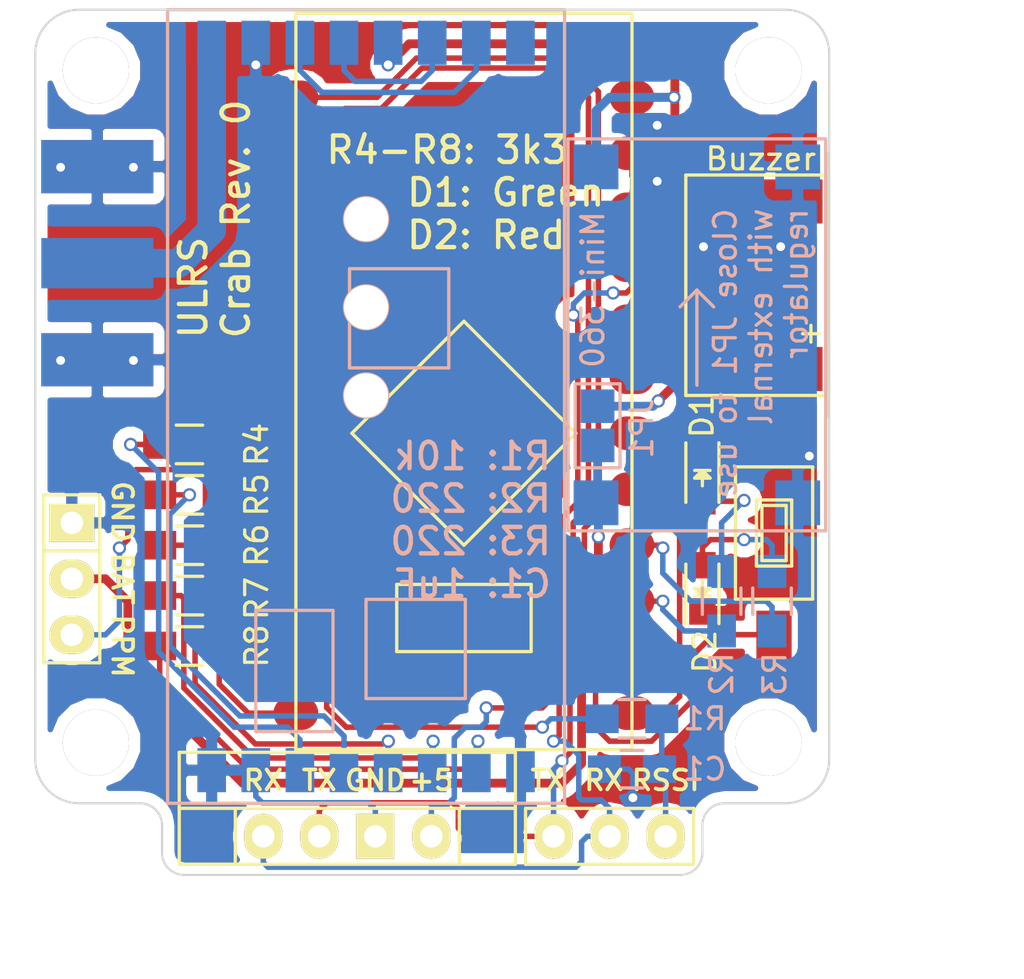
<source format=kicad_pcb>
(kicad_pcb (version 4) (host pcbnew 4.0.2+dfsg1-stable)

  (general
    (links 55)
    (no_connects 0)
    (area 55.949999 73.699999 92.050001 113.050001)
    (thickness 1.6)
    (drawings 30)
    (tracks 300)
    (zones 0)
    (modules 25)
    (nets 37)
  )

  (page A4)
  (layers
    (0 F.Cu signal)
    (31 B.Cu signal)
    (32 B.Adhes user)
    (33 F.Adhes user)
    (34 B.Paste user)
    (35 F.Paste user)
    (36 B.SilkS user)
    (37 F.SilkS user)
    (38 B.Mask user)
    (39 F.Mask user)
    (40 Dwgs.User user)
    (41 Cmts.User user)
    (42 Eco1.User user)
    (43 Eco2.User user)
    (44 Edge.Cuts user)
    (45 Margin user)
    (46 B.CrtYd user)
    (47 F.CrtYd user)
    (48 B.Fab user)
    (49 F.Fab user)
  )

  (setup
    (last_trace_width 0.25)
    (trace_clearance 0.2)
    (zone_clearance 0.508)
    (zone_45_only no)
    (trace_min 0.2)
    (segment_width 0.2)
    (edge_width 0.1)
    (via_size 0.6)
    (via_drill 0.4)
    (via_min_size 0.4)
    (via_min_drill 0.3)
    (uvia_size 0.3)
    (uvia_drill 0.1)
    (uvias_allowed no)
    (uvia_min_size 0.2)
    (uvia_min_drill 0.1)
    (pcb_text_width 0.3)
    (pcb_text_size 1.5 1.5)
    (mod_edge_width 0.15)
    (mod_text_size 1 1)
    (mod_text_width 0.15)
    (pad_size 1.5 1.5)
    (pad_drill 0.6)
    (pad_to_mask_clearance 0)
    (aux_axis_origin 0 0)
    (visible_elements FFFEFF7F)
    (pcbplotparams
      (layerselection 0x00030_80000001)
      (usegerberextensions false)
      (excludeedgelayer true)
      (linewidth 0.100000)
      (plotframeref false)
      (viasonmask false)
      (mode 1)
      (useauxorigin false)
      (hpglpennumber 1)
      (hpglpenspeed 20)
      (hpglpendiameter 15)
      (hpglpenoverlay 2)
      (psnegative false)
      (psa4output false)
      (plotreference true)
      (plotvalue true)
      (plotinvisibletext false)
      (padsonsilk false)
      (subtractmaskfromsilk false)
      (outputformat 1)
      (mirror false)
      (drillshape 1)
      (scaleselection 1)
      (outputdirectory ""))
  )

  (net 0 "")
  (net 1 RSSI)
  (net 2 GND)
  (net 3 "Net-(D1-Pad2)")
  (net 4 "Net-(D2-Pad2)")
  (net 5 +BATT)
  (net 6 PPM)
  (net 7 RX)
  (net 8 TX)
  (net 9 "Net-(R1-Pad1)")
  (net 10 "Net-(R2-Pad1)")
  (net 11 "Net-(R3-Pad1)")
  (net 12 nIRQ)
  (net 13 "Net-(R4-Pad2)")
  (net 14 nSEL)
  (net 15 "Net-(R5-Pad2)")
  (net 16 SCK)
  (net 17 "Net-(R6-Pad2)")
  (net 18 SDI)
  (net 19 "Net-(R7-Pad2)")
  (net 20 SDO)
  (net 21 "Net-(R8-Pad2)")
  (net 22 Buzz)
  (net 23 BTN)
  (net 24 "Net-(U1-Pad3)")
  (net 25 "Net-(U1-Pad4)")
  (net 26 +6V)
  (net 27 "Net-(U1-Pad8)")
  (net 28 "Net-(P3-Pad1)")
  (net 29 "Net-(U3-Pad9)")
  (net 30 "Net-(U3-Pad15)")
  (net 31 "Net-(U3-Pad21)")
  (net 32 "Net-(U3-Pad23)")
  (net 33 "Net-(U3-Pad24)")
  (net 34 "Net-(U3-Pad25)")
  (net 35 "Net-(U3-Pad26)")
  (net 36 +5V)

  (net_class Default "This is the default net class."
    (clearance 0.2)
    (trace_width 0.25)
    (via_dia 0.6)
    (via_drill 0.4)
    (uvia_dia 0.3)
    (uvia_drill 0.1)
    (add_net +5V)
    (add_net BTN)
    (add_net Buzz)
    (add_net GND)
    (add_net "Net-(D1-Pad2)")
    (add_net "Net-(D2-Pad2)")
    (add_net "Net-(R1-Pad1)")
    (add_net "Net-(R2-Pad1)")
    (add_net "Net-(R3-Pad1)")
    (add_net "Net-(R4-Pad2)")
    (add_net "Net-(R5-Pad2)")
    (add_net "Net-(R6-Pad2)")
    (add_net "Net-(R7-Pad2)")
    (add_net "Net-(R8-Pad2)")
    (add_net "Net-(U1-Pad3)")
    (add_net "Net-(U1-Pad4)")
    (add_net "Net-(U1-Pad8)")
    (add_net "Net-(U3-Pad15)")
    (add_net "Net-(U3-Pad21)")
    (add_net "Net-(U3-Pad23)")
    (add_net "Net-(U3-Pad24)")
    (add_net "Net-(U3-Pad25)")
    (add_net "Net-(U3-Pad26)")
    (add_net "Net-(U3-Pad9)")
    (add_net PPM)
    (add_net RSSI)
    (add_net RX)
    (add_net SCK)
    (add_net SDI)
    (add_net SDO)
    (add_net TX)
    (add_net nIRQ)
    (add_net nSEL)
  )

  (net_class Antenna ""
    (clearance 0.13)
    (trace_width 1.3)
    (via_dia 0.6)
    (via_drill 0.4)
    (uvia_dia 0.3)
    (uvia_drill 0.1)
    (add_net "Net-(P3-Pad1)")
  )

  (net_class Power ""
    (clearance 0.2)
    (trace_width 0.4)
    (via_dia 0.6)
    (via_drill 0.4)
    (uvia_dia 0.3)
    (uvia_drill 0.1)
    (add_net +6V)
    (add_net +BATT)
  )

  (module Resistors_SMD:R_0805_HandSoldering (layer F.Cu) (tedit 59244B57) (tstamp 592332AF)
    (at 62.992 95.758 180)
    (descr "Resistor SMD 0805, hand soldering")
    (tags "resistor 0805")
    (path /591C45FC)
    (attr smd)
    (fp_text reference R5 (at -3.048 0 450) (layer F.SilkS)
      (effects (font (size 1 1) (thickness 0.15)))
    )
    (fp_text value 3k3 (at 0 2.1 180) (layer F.Fab)
      (effects (font (size 1 1) (thickness 0.15)))
    )
    (fp_line (start -2.4 -1) (end 2.4 -1) (layer F.CrtYd) (width 0.05))
    (fp_line (start -2.4 1) (end 2.4 1) (layer F.CrtYd) (width 0.05))
    (fp_line (start -2.4 -1) (end -2.4 1) (layer F.CrtYd) (width 0.05))
    (fp_line (start 2.4 -1) (end 2.4 1) (layer F.CrtYd) (width 0.05))
    (fp_line (start 0.6 0.875) (end -0.6 0.875) (layer F.SilkS) (width 0.15))
    (fp_line (start -0.6 -0.875) (end 0.6 -0.875) (layer F.SilkS) (width 0.15))
    (pad 1 smd rect (at -1.35 0 180) (size 1.5 1.3) (layers F.Cu F.Paste F.Mask)
      (net 14 nSEL))
    (pad 2 smd rect (at 1.35 0 180) (size 1.5 1.3) (layers F.Cu F.Paste F.Mask)
      (net 15 "Net-(R5-Pad2)"))
    (model Resistors_SMD.3dshapes/R_0805_HandSoldering.wrl
      (at (xyz 0 0 0))
      (scale (xyz 1 1 1))
      (rotate (xyz 0 0 0))
    )
  )

  (module custom:RFM23BP locked (layer B.Cu) (tedit 591F0357) (tstamp 59233318)
    (at 71 91.75 180)
    (path /5908BD3C)
    (fp_text reference U1 (at 0 19 180) (layer B.SilkS) hide
      (effects (font (size 1.2 1.2) (thickness 0.15)) (justify mirror))
    )
    (fp_text value RFM23BP (at 0 0 180) (layer B.Fab)
      (effects (font (size 1.2 1.2) (thickness 0.15)) (justify mirror))
    )
    (fp_line (start 0.75 1.75) (end 0.75 6.25) (layer B.SilkS) (width 0.15))
    (fp_line (start -3.75 1.75) (end 0.75 1.75) (layer B.SilkS) (width 0.15))
    (fp_line (start -3.75 6.25) (end -3.75 1.75) (layer B.SilkS) (width 0.15))
    (fp_line (start 0.75 6.25) (end -3.75 6.25) (layer B.SilkS) (width 0.15))
    (fp_line (start 0 -8.75) (end -4.5 -8.75) (layer B.SilkS) (width 0.15))
    (fp_line (start -4.5 -8.75) (end -4.5 -13.25) (layer B.SilkS) (width 0.15))
    (fp_line (start -4.5 -13.25) (end 0 -13.25) (layer B.SilkS) (width 0.15))
    (fp_line (start 0 -13.25) (end 0 -8.75) (layer B.SilkS) (width 0.15))
    (fp_line (start 5 -14.75) (end 5 -9.25) (layer B.SilkS) (width 0.15))
    (fp_line (start 5 -9.25) (end 1.5 -9.25) (layer B.SilkS) (width 0.15))
    (fp_line (start 1.5 -9.25) (end 1.5 -14.75) (layer B.SilkS) (width 0.15))
    (fp_line (start 5 -14.75) (end 1.5 -14.75) (layer B.SilkS) (width 0.15))
    (fp_line (start 9 18) (end 9 -18) (layer B.SilkS) (width 0.15))
    (fp_line (start 9 -18) (end -9 -18) (layer B.SilkS) (width 0.15))
    (fp_line (start -9 -18) (end -9 18) (layer B.SilkS) (width 0.15))
    (fp_line (start -9 18) (end 9 18) (layer B.SilkS) (width 0.15))
    (pad 16 thru_hole circle (at 0 4.5 180) (size 2.1 2.1) (drill 2) (layers *.Cu *.Mask B.SilkS)
      (net 2 GND) (zone_connect 2))
    (pad 16 thru_hole circle (at 0 0.5 180) (size 2.1 2.1) (drill 2) (layers *.Cu *.Mask B.SilkS)
      (net 2 GND) (zone_connect 2))
    (pad 16 smd rect (at 7 -16.5) (size 1.3 2) (layers B.Cu B.Paste B.Mask)
      (net 2 GND))
    (pad 1 smd rect (at 7 16.5) (size 1.3 2) (layers B.Cu B.Paste B.Mask)
      (net 28 "Net-(P3-Pad1)"))
    (pad 15 smd rect (at 5 -16.5) (size 1.3 2) (layers B.Cu B.Paste B.Mask)
      (net 2 GND))
    (pad 2 smd rect (at 5 16.5) (size 1.3 2) (layers B.Cu B.Paste B.Mask)
      (net 2 GND))
    (pad 14 smd rect (at 3 -16.5) (size 1.3 2) (layers B.Cu B.Paste B.Mask)
      (net 13 "Net-(R4-Pad2)"))
    (pad 3 smd rect (at 3 16.5) (size 1.3 2) (layers B.Cu B.Paste B.Mask)
      (net 24 "Net-(U1-Pad3)"))
    (pad 13 smd rect (at 1 -16.5) (size 1.3 2) (layers B.Cu B.Paste B.Mask)
      (net 15 "Net-(R5-Pad2)"))
    (pad 4 smd rect (at 1 16.5) (size 1.3 2) (layers B.Cu B.Paste B.Mask)
      (net 25 "Net-(U1-Pad4)"))
    (pad 12 smd rect (at -1 -16.5) (size 1.3 2) (layers B.Cu B.Paste B.Mask)
      (net 17 "Net-(R6-Pad2)"))
    (pad 5 smd rect (at -1 16.5) (size 1.3 2) (layers B.Cu B.Paste B.Mask)
      (net 26 +6V))
    (pad 11 smd rect (at -3 -16.5) (size 1.3 2) (layers B.Cu B.Paste B.Mask)
      (net 19 "Net-(R7-Pad2)"))
    (pad 6 smd rect (at -3 16.5) (size 1.3 2) (layers B.Cu B.Paste B.Mask)
      (net 25 "Net-(U1-Pad4)"))
    (pad 10 smd rect (at -5 -16.5) (size 1.3 2) (layers B.Cu B.Paste B.Mask)
      (net 21 "Net-(R8-Pad2)"))
    (pad 7 smd rect (at -5 16.5) (size 1.3 2) (layers B.Cu B.Paste B.Mask)
      (net 24 "Net-(U1-Pad3)"))
    (pad 9 smd rect (at -7 -16.5) (size 1.3 2) (layers B.Cu B.Paste B.Mask)
      (net 2 GND))
    (pad 8 smd rect (at -7 16.5) (size 1.3 2) (layers B.Cu B.Paste B.Mask)
      (net 27 "Net-(U1-Pad8)"))
    (pad 16 smd rect (at 0 4.5 180) (size 6 12) (layers B.Cu B.Paste B.Mask)
      (net 2 GND) (zone_connect 2))
    (pad 16 thru_hole circle (at 0 8.5 180) (size 2.1 2.1) (drill 2) (layers *.Cu *.Mask B.SilkS)
      (net 2 GND) (zone_connect 2))
  )

  (module Resistors_SMD:R_0805_HandSoldering (layer F.Cu) (tedit 59244B68) (tstamp 592332C7)
    (at 62.992 100.33 180)
    (descr "Resistor SMD 0805, hand soldering")
    (tags "resistor 0805")
    (path /591C465F)
    (attr smd)
    (fp_text reference R7 (at -3.048 -0.127 270) (layer F.SilkS)
      (effects (font (size 1 1) (thickness 0.15)))
    )
    (fp_text value 3k3 (at 0 2.1 180) (layer F.Fab)
      (effects (font (size 1 1) (thickness 0.15)))
    )
    (fp_line (start -2.4 -1) (end 2.4 -1) (layer F.CrtYd) (width 0.05))
    (fp_line (start -2.4 1) (end 2.4 1) (layer F.CrtYd) (width 0.05))
    (fp_line (start -2.4 -1) (end -2.4 1) (layer F.CrtYd) (width 0.05))
    (fp_line (start 2.4 -1) (end 2.4 1) (layer F.CrtYd) (width 0.05))
    (fp_line (start 0.6 0.875) (end -0.6 0.875) (layer F.SilkS) (width 0.15))
    (fp_line (start -0.6 -0.875) (end 0.6 -0.875) (layer F.SilkS) (width 0.15))
    (pad 1 smd rect (at -1.35 0 180) (size 1.5 1.3) (layers F.Cu F.Paste F.Mask)
      (net 18 SDI))
    (pad 2 smd rect (at 1.35 0 180) (size 1.5 1.3) (layers F.Cu F.Paste F.Mask)
      (net 19 "Net-(R7-Pad2)"))
    (model Resistors_SMD.3dshapes/R_0805_HandSoldering.wrl
      (at (xyz 0 0 0))
      (scale (xyz 1 1 1))
      (rotate (xyz 0 0 0))
    )
  )

  (module custom:ArduProMini-6_SMD (layer F.Cu) (tedit 591ED6C5) (tstamp 5926275A)
    (at 75.438 90.678)
    (path /591C345F)
    (fp_text reference U3 (at -0.508 -18.034) (layer F.SilkS) hide
      (effects (font (size 1.5 1.5) (thickness 0.15)))
    )
    (fp_text value ArduinoProMini (at 0 18.542) (layer F.SilkS) hide
      (effects (font (size 1.5 1.5) (thickness 0.15)))
    )
    (fp_line (start 7.62 16.637) (end -7.62 16.637) (layer F.SilkS) (width 0.15))
    (fp_line (start -7.62 16.637) (end -7.62 -16.764) (layer F.SilkS) (width 0.15))
    (fp_line (start -7.62 -16.764) (end 7.62 -16.764) (layer F.SilkS) (width 0.15))
    (fp_line (start 7.62 -16.764) (end 7.62 16.637) (layer F.SilkS) (width 0.15))
    (fp_line (start 3.048 12.192) (end 3.048 9.144) (layer F.SilkS) (width 0.15))
    (fp_line (start -3.048 9.144) (end -3.048 12.192) (layer F.SilkS) (width 0.15))
    (fp_line (start -3.048 9.144) (end 3.048 9.144) (layer F.SilkS) (width 0.15))
    (fp_line (start 3.048 12.192) (end -3.048 12.192) (layer F.SilkS) (width 0.15))
    (fp_line (start -5.08 2.286) (end 0 -2.794) (layer F.SilkS) (width 0.15))
    (fp_line (start 0 -2.794) (end 5.08 2.286) (layer F.SilkS) (width 0.15))
    (fp_line (start 5.08 2.286) (end 0 7.366) (layer F.SilkS) (width 0.15))
    (fp_line (start 0 7.366) (end -5.08 2.286) (layer F.SilkS) (width 0.15))
    (pad 7 smd oval (at -7.62 -12.954) (size 2.032 1.524) (layers F.Cu F.Paste F.Mask)
      (net 8 TX))
    (pad 8 smd oval (at -7.62 -10.414) (size 2.032 1.524) (layers F.Cu F.Paste F.Mask)
      (net 7 RX))
    (pad 9 smd oval (at -7.62 -7.874) (size 2.032 1.524) (layers F.Cu F.Paste F.Mask)
      (net 29 "Net-(U3-Pad9)"))
    (pad 10 smd oval (at -7.62 -5.334) (size 2.032 1.524) (layers F.Cu F.Paste F.Mask)
      (net 2 GND))
    (pad 11 smd oval (at -7.62 -2.794) (size 2.032 1.524) (layers F.Cu F.Paste F.Mask)
      (net 12 nIRQ))
    (pad 12 smd oval (at -7.62 -0.254) (size 2.032 1.524) (layers F.Cu F.Paste F.Mask)
      (net 6 PPM))
    (pad 13 smd oval (at -7.62 2.286) (size 2.032 1.524) (layers F.Cu F.Paste F.Mask)
      (net 14 nSEL))
    (pad 14 smd oval (at -7.62 4.826) (size 2.032 1.524) (layers F.Cu F.Paste F.Mask)
      (net 9 "Net-(R1-Pad1)"))
    (pad 15 smd oval (at -7.62 7.366) (size 2.032 1.524) (layers F.Cu F.Paste F.Mask)
      (net 30 "Net-(U3-Pad15)"))
    (pad 16 smd oval (at -7.62 9.906) (size 2.032 1.524) (layers F.Cu F.Paste F.Mask)
      (net 16 SCK))
    (pad 17 smd oval (at -7.62 12.446) (size 2.032 1.524) (layers F.Cu F.Paste F.Mask)
      (net 18 SDI))
    (pad 18 smd oval (at -7.62 14.986) (size 2.032 1.524) (layers F.Cu F.Paste F.Mask)
      (net 20 SDO))
    (pad 19 smd oval (at 7.62 -12.954) (size 2.032 1.524) (layers F.Cu F.Paste F.Mask)
      (net 26 +6V))
    (pad 20 smd oval (at 7.62 -10.414) (size 2.032 1.524) (layers F.Cu F.Paste F.Mask)
      (net 2 GND))
    (pad 21 smd oval (at 7.62 -7.874) (size 2.032 1.524) (layers F.Cu F.Paste F.Mask)
      (net 31 "Net-(U3-Pad21)"))
    (pad 22 smd oval (at 7.62 -5.334) (size 2.032 1.524) (layers F.Cu F.Paste F.Mask)
      (net 36 +5V))
    (pad 23 smd oval (at 7.62 -2.794) (size 2.032 1.524) (layers F.Cu F.Paste F.Mask)
      (net 32 "Net-(U3-Pad23)"))
    (pad 24 smd oval (at 7.62 -0.254) (size 2.032 1.524) (layers F.Cu F.Paste F.Mask)
      (net 33 "Net-(U3-Pad24)"))
    (pad 25 smd oval (at 7.62 2.286) (size 2.032 1.524) (layers F.Cu F.Paste F.Mask)
      (net 34 "Net-(U3-Pad25)"))
    (pad 26 smd oval (at 7.62 4.826) (size 2.032 1.524) (layers F.Cu F.Paste F.Mask)
      (net 35 "Net-(U3-Pad26)"))
    (pad 27 smd oval (at 7.62 7.366) (size 2.032 1.524) (layers F.Cu F.Paste F.Mask)
      (net 11 "Net-(R3-Pad1)"))
    (pad 28 smd oval (at 7.62 9.906) (size 2.032 1.524) (layers F.Cu F.Paste F.Mask)
      (net 10 "Net-(R2-Pad1)"))
    (pad 29 smd oval (at 7.62 12.446) (size 2.032 1.524) (layers F.Cu F.Paste F.Mask)
      (net 23 BTN))
    (pad 30 smd oval (at 7.62 14.986) (size 2.032 1.524) (layers F.Cu F.Paste F.Mask)
      (net 22 Buzz))
  )

  (module Mounting_Holes:MountingHole_3mm (layer F.Cu) (tedit 5922CDDB) (tstamp 592309F6)
    (at 58.75 76.5 180)
    (descr "Mounting hole, Befestigungsbohrung, 3mm, No Annular, Kein Restring,")
    (tags "Mounting hole, Befestigungsbohrung, 3mm, No Annular, Kein Restring,")
    (fp_text reference REF** (at 0 -4.0005 180) (layer F.SilkS) hide
      (effects (font (size 1 1) (thickness 0.15)))
    )
    (fp_text value MountingHole_3mm (at 1.00076 5.00126 180) (layer F.Fab) hide
      (effects (font (size 1 1) (thickness 0.15)))
    )
    (fp_circle (center 0 0) (end 3 0) (layer Cmts.User) (width 0.381))
    (pad 1 thru_hole circle (at 0 0 180) (size 3 3) (drill 3) (layers))
  )

  (module Mounting_Holes:MountingHole_3mm (layer F.Cu) (tedit 5922CDDB) (tstamp 592309F0)
    (at 89.25 76.5 180)
    (descr "Mounting hole, Befestigungsbohrung, 3mm, No Annular, Kein Restring,")
    (tags "Mounting hole, Befestigungsbohrung, 3mm, No Annular, Kein Restring,")
    (fp_text reference REF** (at 0 -4.0005 180) (layer F.SilkS) hide
      (effects (font (size 1 1) (thickness 0.15)))
    )
    (fp_text value MountingHole_3mm (at 1.00076 5.00126 180) (layer F.Fab) hide
      (effects (font (size 1 1) (thickness 0.15)))
    )
    (fp_circle (center 0 0) (end 3 0) (layer Cmts.User) (width 0.381))
    (pad 1 thru_hole circle (at 0 0 180) (size 3 3) (drill 3) (layers))
  )

  (module Mounting_Holes:MountingHole_3mm (layer F.Cu) (tedit 5922CDDB) (tstamp 592309CF)
    (at 89.25 107 180)
    (descr "Mounting hole, Befestigungsbohrung, 3mm, No Annular, Kein Restring,")
    (tags "Mounting hole, Befestigungsbohrung, 3mm, No Annular, Kein Restring,")
    (fp_text reference REF** (at 0 -4.0005 180) (layer F.SilkS) hide
      (effects (font (size 1 1) (thickness 0.15)))
    )
    (fp_text value MountingHole_3mm (at 1.00076 5.00126 180) (layer F.Fab) hide
      (effects (font (size 1 1) (thickness 0.15)))
    )
    (fp_circle (center 0 0) (end 3 0) (layer Cmts.User) (width 0.381))
    (pad 1 thru_hole circle (at 0 0 180) (size 3 3) (drill 3) (layers))
  )

  (module Mounting_Holes:MountingHole_3mm (layer F.Cu) (tedit 5922CDD8) (tstamp 592309C2)
    (at 58.75 107 180)
    (descr "Mounting hole, Befestigungsbohrung, 3mm, No Annular, Kein Restring,")
    (tags "Mounting hole, Befestigungsbohrung, 3mm, No Annular, Kein Restring,")
    (fp_text reference REF** (at 0 -4.0005 180) (layer F.SilkS) hide
      (effects (font (size 1 1) (thickness 0.15)))
    )
    (fp_text value MountingHole_3mm (at 1.00076 5.00126 180) (layer F.Fab) hide
      (effects (font (size 1 1) (thickness 0.15)))
    )
    (fp_circle (center 0 0) (end 3 0) (layer Cmts.User) (width 0.381))
    (pad 1 thru_hole circle (at 0 0 180) (size 3 3) (drill 3) (layers))
  )

  (module Capacitors_SMD:C_0805_HandSoldering (layer B.Cu) (tedit 5924683D) (tstamp 5923322F)
    (at 83.058 108.204 180)
    (descr "Capacitor SMD 0805, hand soldering")
    (tags "capacitor 0805")
    (path /591DAADB)
    (attr smd)
    (fp_text reference C1 (at -3.302 0 180) (layer B.SilkS)
      (effects (font (size 1 1) (thickness 0.15)) (justify mirror))
    )
    (fp_text value 1uF (at 0 -2.1 180) (layer B.Fab)
      (effects (font (size 1 1) (thickness 0.15)) (justify mirror))
    )
    (fp_line (start -2.3 1) (end 2.3 1) (layer B.CrtYd) (width 0.05))
    (fp_line (start -2.3 -1) (end 2.3 -1) (layer B.CrtYd) (width 0.05))
    (fp_line (start -2.3 1) (end -2.3 -1) (layer B.CrtYd) (width 0.05))
    (fp_line (start 2.3 1) (end 2.3 -1) (layer B.CrtYd) (width 0.05))
    (fp_line (start 0.5 0.85) (end -0.5 0.85) (layer B.SilkS) (width 0.15))
    (fp_line (start -0.5 -0.85) (end 0.5 -0.85) (layer B.SilkS) (width 0.15))
    (pad 1 smd rect (at -1.25 0 180) (size 1.5 1.25) (layers B.Cu B.Paste B.Mask)
      (net 1 RSSI))
    (pad 2 smd rect (at 1.25 0 180) (size 1.5 1.25) (layers B.Cu B.Paste B.Mask)
      (net 2 GND))
    (model Capacitors_SMD.3dshapes/C_0805_HandSoldering.wrl
      (at (xyz 0 0 0))
      (scale (xyz 1 1 1))
      (rotate (xyz 0 0 0))
    )
  )

  (module LEDs:LED_0805 (layer F.Cu) (tedit 59244C94) (tstamp 59233242)
    (at 86.25 95 270)
    (descr "LED 0805 smd package")
    (tags "LED 0805 SMD")
    (path /591B0937)
    (attr smd)
    (fp_text reference D1 (at -2.798 0.017 270) (layer F.SilkS)
      (effects (font (size 1 1) (thickness 0.15)))
    )
    (fp_text value Green (at 0 1.75 270) (layer F.Fab)
      (effects (font (size 1 1) (thickness 0.15)))
    )
    (fp_line (start -1.6 0.75) (end 1.1 0.75) (layer F.SilkS) (width 0.15))
    (fp_line (start -1.6 -0.75) (end 1.1 -0.75) (layer F.SilkS) (width 0.15))
    (fp_line (start -0.1 0.15) (end -0.1 -0.1) (layer F.SilkS) (width 0.15))
    (fp_line (start -0.1 -0.1) (end -0.25 0.05) (layer F.SilkS) (width 0.15))
    (fp_line (start -0.35 -0.35) (end -0.35 0.35) (layer F.SilkS) (width 0.15))
    (fp_line (start 0 0) (end 0.35 0) (layer F.SilkS) (width 0.15))
    (fp_line (start -0.35 0) (end 0 -0.35) (layer F.SilkS) (width 0.15))
    (fp_line (start 0 -0.35) (end 0 0.35) (layer F.SilkS) (width 0.15))
    (fp_line (start 0 0.35) (end -0.35 0) (layer F.SilkS) (width 0.15))
    (fp_line (start 1.9 -0.95) (end 1.9 0.95) (layer F.CrtYd) (width 0.05))
    (fp_line (start 1.9 0.95) (end -1.9 0.95) (layer F.CrtYd) (width 0.05))
    (fp_line (start -1.9 0.95) (end -1.9 -0.95) (layer F.CrtYd) (width 0.05))
    (fp_line (start -1.9 -0.95) (end 1.9 -0.95) (layer F.CrtYd) (width 0.05))
    (pad 2 smd rect (at 1.04902 0 90) (size 1.19888 1.19888) (layers F.Cu F.Paste F.Mask)
      (net 3 "Net-(D1-Pad2)"))
    (pad 1 smd rect (at -1.04902 0 90) (size 1.19888 1.19888) (layers F.Cu F.Paste F.Mask)
      (net 2 GND))
    (model LEDs.3dshapes/LED_0805.wrl
      (at (xyz 0 0 0))
      (scale (xyz 1 1 1))
      (rotate (xyz 0 0 0))
    )
  )

  (module LEDs:LED_0805 (layer F.Cu) (tedit 59244C99) (tstamp 59233255)
    (at 86.25 100 90)
    (descr "LED 0805 smd package")
    (tags "LED 0805 SMD")
    (path /591B09AE)
    (attr smd)
    (fp_text reference D2 (at -2.87 0.11 90) (layer F.SilkS)
      (effects (font (size 1 1) (thickness 0.15)))
    )
    (fp_text value Red (at 0 1.75 90) (layer F.Fab)
      (effects (font (size 1 1) (thickness 0.15)))
    )
    (fp_line (start -1.6 0.75) (end 1.1 0.75) (layer F.SilkS) (width 0.15))
    (fp_line (start -1.6 -0.75) (end 1.1 -0.75) (layer F.SilkS) (width 0.15))
    (fp_line (start -0.1 0.15) (end -0.1 -0.1) (layer F.SilkS) (width 0.15))
    (fp_line (start -0.1 -0.1) (end -0.25 0.05) (layer F.SilkS) (width 0.15))
    (fp_line (start -0.35 -0.35) (end -0.35 0.35) (layer F.SilkS) (width 0.15))
    (fp_line (start 0 0) (end 0.35 0) (layer F.SilkS) (width 0.15))
    (fp_line (start -0.35 0) (end 0 -0.35) (layer F.SilkS) (width 0.15))
    (fp_line (start 0 -0.35) (end 0 0.35) (layer F.SilkS) (width 0.15))
    (fp_line (start 0 0.35) (end -0.35 0) (layer F.SilkS) (width 0.15))
    (fp_line (start 1.9 -0.95) (end 1.9 0.95) (layer F.CrtYd) (width 0.05))
    (fp_line (start 1.9 0.95) (end -1.9 0.95) (layer F.CrtYd) (width 0.05))
    (fp_line (start -1.9 0.95) (end -1.9 -0.95) (layer F.CrtYd) (width 0.05))
    (fp_line (start -1.9 -0.95) (end 1.9 -0.95) (layer F.CrtYd) (width 0.05))
    (pad 2 smd rect (at 1.04902 0 270) (size 1.19888 1.19888) (layers F.Cu F.Paste F.Mask)
      (net 4 "Net-(D2-Pad2)"))
    (pad 1 smd rect (at -1.04902 0 270) (size 1.19888 1.19888) (layers F.Cu F.Paste F.Mask)
      (net 2 GND))
    (model LEDs.3dshapes/LED_0805.wrl
      (at (xyz 0 0 0))
      (scale (xyz 1 1 1))
      (rotate (xyz 0 0 0))
    )
  )

  (module custom:SMA_Edge (layer B.Cu) (tedit 592335A6) (tstamp 59233273)
    (at 54.75 85.25 90)
    (path /591C4C68)
    (fp_text reference P3 (at 0 -0.5 90) (layer B.SilkS) hide
      (effects (font (size 1 1) (thickness 0.15)) (justify mirror))
    )
    (fp_text value SMA (at 0 0.5 90) (layer B.Fab)
      (effects (font (size 1 1) (thickness 0.15)) (justify mirror))
    )
    (pad 2 smd rect (at -4.3815 4.064 90) (size 2.413 5.08) (layers B.Cu B.Paste B.Mask)
      (net 2 GND))
    (pad 2 smd rect (at -4.3815 4.064 90) (size 2.413 5.08) (layers F.Cu F.Paste F.Mask)
      (net 2 GND))
    (pad 2 smd rect (at 4.3815 4.064 90) (size 2.413 5.08) (layers B.Cu B.Paste B.Mask)
      (net 2 GND))
    (pad 1 smd rect (at 0 4.064 90) (size 2.286 5.08) (layers B.Cu B.Paste B.Mask)
      (net 28 "Net-(P3-Pad1)"))
    (pad 2 smd rect (at 4.3815 4.064 90) (size 2.413 5.08) (layers F.Cu F.Paste F.Mask)
      (net 2 GND))
  )

  (module Resistors_SMD:R_0805_HandSoldering (layer B.Cu) (tedit 59244C0E) (tstamp 5923327F)
    (at 83.058 105.918)
    (descr "Resistor SMD 0805, hand soldering")
    (tags "resistor 0805")
    (path /591DA81C)
    (attr smd)
    (fp_text reference R1 (at 3.302 0) (layer B.SilkS)
      (effects (font (size 1 1) (thickness 0.15)) (justify mirror))
    )
    (fp_text value 10k (at 0 -2.1) (layer B.Fab)
      (effects (font (size 1 1) (thickness 0.15)) (justify mirror))
    )
    (fp_line (start -2.4 1) (end 2.4 1) (layer B.CrtYd) (width 0.05))
    (fp_line (start -2.4 -1) (end 2.4 -1) (layer B.CrtYd) (width 0.05))
    (fp_line (start -2.4 1) (end -2.4 -1) (layer B.CrtYd) (width 0.05))
    (fp_line (start 2.4 1) (end 2.4 -1) (layer B.CrtYd) (width 0.05))
    (fp_line (start 0.6 -0.875) (end -0.6 -0.875) (layer B.SilkS) (width 0.15))
    (fp_line (start -0.6 0.875) (end 0.6 0.875) (layer B.SilkS) (width 0.15))
    (pad 1 smd rect (at -1.35 0) (size 1.5 1.3) (layers B.Cu B.Paste B.Mask)
      (net 9 "Net-(R1-Pad1)"))
    (pad 2 smd rect (at 1.35 0) (size 1.5 1.3) (layers B.Cu B.Paste B.Mask)
      (net 1 RSSI))
    (model Resistors_SMD.3dshapes/R_0805_HandSoldering.wrl
      (at (xyz 0 0 0))
      (scale (xyz 1 1 1))
      (rotate (xyz 0 0 0))
    )
  )

  (module Resistors_SMD:R_0805_HandSoldering (layer B.Cu) (tedit 59244BFE) (tstamp 5923328B)
    (at 87.122 100.584 90)
    (descr "Resistor SMD 0805, hand soldering")
    (tags "resistor 0805")
    (path /591B0CE6)
    (attr smd)
    (fp_text reference R2 (at -3.302 0 90) (layer B.SilkS)
      (effects (font (size 1 1) (thickness 0.15)) (justify mirror))
    )
    (fp_text value 220 (at 0 -2.1 90) (layer B.Fab)
      (effects (font (size 1 1) (thickness 0.15)) (justify mirror))
    )
    (fp_line (start -2.4 1) (end 2.4 1) (layer B.CrtYd) (width 0.05))
    (fp_line (start -2.4 -1) (end 2.4 -1) (layer B.CrtYd) (width 0.05))
    (fp_line (start -2.4 1) (end -2.4 -1) (layer B.CrtYd) (width 0.05))
    (fp_line (start 2.4 1) (end 2.4 -1) (layer B.CrtYd) (width 0.05))
    (fp_line (start 0.6 -0.875) (end -0.6 -0.875) (layer B.SilkS) (width 0.15))
    (fp_line (start -0.6 0.875) (end 0.6 0.875) (layer B.SilkS) (width 0.15))
    (pad 1 smd rect (at -1.35 0 90) (size 1.5 1.3) (layers B.Cu B.Paste B.Mask)
      (net 10 "Net-(R2-Pad1)"))
    (pad 2 smd rect (at 1.35 0 90) (size 1.5 1.3) (layers B.Cu B.Paste B.Mask)
      (net 3 "Net-(D1-Pad2)"))
    (model Resistors_SMD.3dshapes/R_0805_HandSoldering.wrl
      (at (xyz 0 0 0))
      (scale (xyz 1 1 1))
      (rotate (xyz 0 0 0))
    )
  )

  (module Resistors_SMD:R_0805_HandSoldering (layer B.Cu) (tedit 59244BF9) (tstamp 59233297)
    (at 89.408 100.584 90)
    (descr "Resistor SMD 0805, hand soldering")
    (tags "resistor 0805")
    (path /591B0D21)
    (attr smd)
    (fp_text reference R3 (at -3.302 0.127 90) (layer B.SilkS)
      (effects (font (size 1 1) (thickness 0.15)) (justify mirror))
    )
    (fp_text value 220 (at 0 -2.1 90) (layer B.Fab)
      (effects (font (size 1 1) (thickness 0.15)) (justify mirror))
    )
    (fp_line (start -2.4 1) (end 2.4 1) (layer B.CrtYd) (width 0.05))
    (fp_line (start -2.4 -1) (end 2.4 -1) (layer B.CrtYd) (width 0.05))
    (fp_line (start -2.4 1) (end -2.4 -1) (layer B.CrtYd) (width 0.05))
    (fp_line (start 2.4 1) (end 2.4 -1) (layer B.CrtYd) (width 0.05))
    (fp_line (start 0.6 -0.875) (end -0.6 -0.875) (layer B.SilkS) (width 0.15))
    (fp_line (start -0.6 0.875) (end 0.6 0.875) (layer B.SilkS) (width 0.15))
    (pad 1 smd rect (at -1.35 0 90) (size 1.5 1.3) (layers B.Cu B.Paste B.Mask)
      (net 11 "Net-(R3-Pad1)"))
    (pad 2 smd rect (at 1.35 0 90) (size 1.5 1.3) (layers B.Cu B.Paste B.Mask)
      (net 4 "Net-(D2-Pad2)"))
    (model Resistors_SMD.3dshapes/R_0805_HandSoldering.wrl
      (at (xyz 0 0 0))
      (scale (xyz 1 1 1))
      (rotate (xyz 0 0 0))
    )
  )

  (module Resistors_SMD:R_0805_HandSoldering (layer F.Cu) (tedit 59244B78) (tstamp 592332A3)
    (at 62.992 93.472 180)
    (descr "Resistor SMD 0805, hand soldering")
    (tags "resistor 0805")
    (path /591C4541)
    (attr smd)
    (fp_text reference R4 (at -3.048 0 270) (layer F.SilkS)
      (effects (font (size 1 1) (thickness 0.15)))
    )
    (fp_text value 3k3 (at 0 2.1 180) (layer F.Fab)
      (effects (font (size 1 1) (thickness 0.15)))
    )
    (fp_line (start -2.4 -1) (end 2.4 -1) (layer F.CrtYd) (width 0.05))
    (fp_line (start -2.4 1) (end 2.4 1) (layer F.CrtYd) (width 0.05))
    (fp_line (start -2.4 -1) (end -2.4 1) (layer F.CrtYd) (width 0.05))
    (fp_line (start 2.4 -1) (end 2.4 1) (layer F.CrtYd) (width 0.05))
    (fp_line (start 0.6 0.875) (end -0.6 0.875) (layer F.SilkS) (width 0.15))
    (fp_line (start -0.6 -0.875) (end 0.6 -0.875) (layer F.SilkS) (width 0.15))
    (pad 1 smd rect (at -1.35 0 180) (size 1.5 1.3) (layers F.Cu F.Paste F.Mask)
      (net 12 nIRQ))
    (pad 2 smd rect (at 1.35 0 180) (size 1.5 1.3) (layers F.Cu F.Paste F.Mask)
      (net 13 "Net-(R4-Pad2)"))
    (model Resistors_SMD.3dshapes/R_0805_HandSoldering.wrl
      (at (xyz 0 0 0))
      (scale (xyz 1 1 1))
      (rotate (xyz 0 0 0))
    )
  )

  (module Resistors_SMD:R_0805_HandSoldering (layer F.Cu) (tedit 59244B62) (tstamp 592332BB)
    (at 62.992 98.044 180)
    (descr "Resistor SMD 0805, hand soldering")
    (tags "resistor 0805")
    (path /591C462E)
    (attr smd)
    (fp_text reference R6 (at -3.048 0 270) (layer F.SilkS)
      (effects (font (size 1 1) (thickness 0.15)))
    )
    (fp_text value 3k3 (at 0 2.1 180) (layer F.Fab)
      (effects (font (size 1 1) (thickness 0.15)))
    )
    (fp_line (start -2.4 -1) (end 2.4 -1) (layer F.CrtYd) (width 0.05))
    (fp_line (start -2.4 1) (end 2.4 1) (layer F.CrtYd) (width 0.05))
    (fp_line (start -2.4 -1) (end -2.4 1) (layer F.CrtYd) (width 0.05))
    (fp_line (start 2.4 -1) (end 2.4 1) (layer F.CrtYd) (width 0.05))
    (fp_line (start 0.6 0.875) (end -0.6 0.875) (layer F.SilkS) (width 0.15))
    (fp_line (start -0.6 -0.875) (end 0.6 -0.875) (layer F.SilkS) (width 0.15))
    (pad 1 smd rect (at -1.35 0 180) (size 1.5 1.3) (layers F.Cu F.Paste F.Mask)
      (net 16 SCK))
    (pad 2 smd rect (at 1.35 0 180) (size 1.5 1.3) (layers F.Cu F.Paste F.Mask)
      (net 17 "Net-(R6-Pad2)"))
    (model Resistors_SMD.3dshapes/R_0805_HandSoldering.wrl
      (at (xyz 0 0 0))
      (scale (xyz 1 1 1))
      (rotate (xyz 0 0 0))
    )
  )

  (module Resistors_SMD:R_0805_HandSoldering (layer F.Cu) (tedit 59244B6D) (tstamp 592332D3)
    (at 62.992 102.616 180)
    (descr "Resistor SMD 0805, hand soldering")
    (tags "resistor 0805")
    (path /591C4693)
    (attr smd)
    (fp_text reference R8 (at -3.048 0 270) (layer F.SilkS)
      (effects (font (size 1 1) (thickness 0.15)))
    )
    (fp_text value 3k3 (at 0 2.1 180) (layer F.Fab)
      (effects (font (size 1 1) (thickness 0.15)))
    )
    (fp_line (start -2.4 -1) (end 2.4 -1) (layer F.CrtYd) (width 0.05))
    (fp_line (start -2.4 1) (end 2.4 1) (layer F.CrtYd) (width 0.05))
    (fp_line (start -2.4 -1) (end -2.4 1) (layer F.CrtYd) (width 0.05))
    (fp_line (start 2.4 -1) (end 2.4 1) (layer F.CrtYd) (width 0.05))
    (fp_line (start 0.6 0.875) (end -0.6 0.875) (layer F.SilkS) (width 0.15))
    (fp_line (start -0.6 -0.875) (end 0.6 -0.875) (layer F.SilkS) (width 0.15))
    (pad 1 smd rect (at -1.35 0 180) (size 1.5 1.3) (layers F.Cu F.Paste F.Mask)
      (net 20 SDO))
    (pad 2 smd rect (at 1.35 0 180) (size 1.5 1.3) (layers F.Cu F.Paste F.Mask)
      (net 21 "Net-(R8-Pad2)"))
    (model Resistors_SMD.3dshapes/R_0805_HandSoldering.wrl
      (at (xyz 0 0 0))
      (scale (xyz 1 1 1))
      (rotate (xyz 0 0 0))
    )
  )

  (module Buttons_Switches_SMD:SW_SPST_FSMSM (layer F.Cu) (tedit 592335D6) (tstamp 592332F0)
    (at 89.5 97.5 90)
    (descr http://www.te.com/commerce/DocumentDelivery/DDEController?Action=srchrtrv&DocNm=1437566-3&DocType=Customer+Drawing&DocLang=English)
    (tags "SPST button tactile switch")
    (path /5922D0BC)
    (attr smd)
    (fp_text reference SW1 (at 0.01011 -2.60022 90) (layer F.SilkS) hide
      (effects (font (size 1 1) (thickness 0.15)))
    )
    (fp_text value SW_PUSH (at -0.25 3 90) (layer F.Fab)
      (effects (font (size 1 1) (thickness 0.15)))
    )
    (fp_line (start -1.23989 -0.55022) (end 1.26011 -0.55022) (layer F.SilkS) (width 0.15))
    (fp_line (start 1.26011 -0.55022) (end 1.26011 0.54978) (layer F.SilkS) (width 0.15))
    (fp_line (start 1.26011 0.54978) (end -1.23989 0.54978) (layer F.SilkS) (width 0.15))
    (fp_line (start -1.23989 0.54978) (end -1.23989 -0.55022) (layer F.SilkS) (width 0.15))
    (fp_line (start -1.48989 0.79978) (end 1.51011 0.79978) (layer F.SilkS) (width 0.15))
    (fp_line (start -1.48989 -0.80022) (end 1.51011 -0.80022) (layer F.SilkS) (width 0.15))
    (fp_line (start 1.51011 -0.80022) (end 1.51011 0.79978) (layer F.SilkS) (width 0.15))
    (fp_line (start -1.48989 -0.80022) (end -1.48989 0.79978) (layer F.SilkS) (width 0.15))
    (fp_line (start -5.85 1.95) (end 5.9 1.95) (layer F.CrtYd) (width 0.05))
    (fp_line (start 5.9 -2) (end 5.9 1.95) (layer F.CrtYd) (width 0.05))
    (fp_line (start -2.98989 1.74978) (end 3.01011 1.74978) (layer F.SilkS) (width 0.15))
    (fp_line (start -2.98989 -1.75022) (end 3.01011 -1.75022) (layer F.SilkS) (width 0.15))
    (fp_line (start -2.98989 -1.75022) (end -2.98989 1.74978) (layer F.SilkS) (width 0.15))
    (fp_line (start 3.01011 -1.75022) (end 3.01011 1.74978) (layer F.SilkS) (width 0.15))
    (fp_line (start -5.85 -2) (end -5.85 1.95) (layer F.CrtYd) (width 0.05))
    (fp_line (start -5.85 -2) (end 5.9 -2) (layer F.CrtYd) (width 0.05))
    (pad 1 smd rect (at -4.60243 -0.00232 90) (size 2.18 1.6) (layers F.Cu F.Paste F.Mask)
      (net 23 BTN))
    (pad 2 smd rect (at 4.60243 0.00232 90) (size 2.18 1.6) (layers F.Cu F.Paste F.Mask)
      (net 2 GND))
  )

  (module custom:Mini-360 (layer B.Cu) (tedit 5923371A) (tstamp 59233327)
    (at 86 88.5 90)
    (path /5922C29D)
    (fp_text reference U2 (at 6.858 -6.604 90) (layer B.SilkS) hide
      (effects (font (size 1 1) (thickness 0.15)) (justify mirror))
    )
    (fp_text value UBEC (at 0 4.826 90) (layer B.Fab)
      (effects (font (size 1 1) (thickness 0.15)) (justify mirror))
    )
    (fp_line (start 2.032 0) (end 1.27 -0.762) (layer B.SilkS) (width 0.15))
    (fp_line (start -2.286 0) (end 2.032 0) (layer B.SilkS) (width 0.15))
    (fp_line (start 2.032 0) (end 1.27 0.762) (layer B.SilkS) (width 0.15))
    (fp_line (start -8.89 5.842) (end 8.89 5.842) (layer B.SilkS) (width 0.15))
    (fp_line (start 8.89 5.842) (end 8.89 -5.842) (layer B.SilkS) (width 0.15))
    (fp_line (start 8.89 -5.842) (end -8.89 -5.842) (layer B.SilkS) (width 0.15))
    (fp_line (start -8.89 -5.842) (end -8.89 5.842) (layer B.SilkS) (width 0.15))
    (pad 2 smd rect (at -7.62 4.572 90) (size 2.032 2.032) (layers B.Cu B.Paste B.Mask)
      (net 2 GND))
    (pad 1 smd rect (at -7.62 -4.572 90) (size 2.032 2.032) (layers B.Cu B.Paste B.Mask)
      (net 5 +BATT))
    (pad 3 smd rect (at 7.62 -4.572 90) (size 2.032 2.032) (layers B.Cu B.Paste B.Mask)
      (net 26 +6V))
    (pad 4 smd rect (at 7.62 4.572 90) (size 2.032 2.032) (layers B.Cu B.Paste B.Mask)
      (net 2 GND))
  )

  (module custom:JUMPER_SMD (layer B.Cu) (tedit 592304F1) (tstamp 5924EF4E)
    (at 81.5 92.5 90)
    (path /5922DF6E)
    (fp_text reference JP1 (at -0.25 2 90) (layer B.SilkS)
      (effects (font (size 1 1) (thickness 0.15)) (justify mirror))
    )
    (fp_text value Jumper_NO_Small (at 0 0.5 90) (layer B.Fab) hide
      (effects (font (size 1 1) (thickness 0.15)) (justify mirror))
    )
    (fp_line (start -2.032 1.016) (end 1.778 1.016) (layer B.SilkS) (width 0.15))
    (fp_line (start 1.778 1.016) (end 1.778 -1.016) (layer B.SilkS) (width 0.15))
    (fp_line (start 1.778 -1.016) (end -2.032 -1.016) (layer B.SilkS) (width 0.15))
    (fp_line (start -2.032 -1.016) (end -2.032 1.016) (layer B.SilkS) (width 0.15))
    (pad 2 smd rect (at 0.762 0 90) (size 1.524 1.524) (layers B.Cu B.Paste B.Mask)
      (net 26 +6V))
    (pad 1 smd rect (at -1.016 0 90) (size 1.524 1.524) (layers B.Cu B.Paste B.Mask)
      (net 5 +BATT))
  )

  (module custom:Buzzer_12x9.5RM7.6_SMD (layer F.Cu) (tedit 5923F9F1) (tstamp 59262F18)
    (at 92 86.25 90)
    (descr "Generic Buzzer, D12mm height 9.5mm with RM7.6mm")
    (tags buzzer)
    (path /5922E601)
    (fp_text reference SP1 (at -0.35 -5.6 90) (layer F.SilkS) hide
      (effects (font (size 1 1) (thickness 0.15)))
    )
    (fp_text value SPEAKER (at -1.00076 8.001 90) (layer F.Fab)
      (effects (font (size 1 1) (thickness 0.15)))
    )
    (fp_line (start 5 -0.102) (end 5 -6.502) (layer F.SilkS) (width 0.15))
    (fp_line (start 5 -6.502) (end -5 -6.502) (layer F.SilkS) (width 0.15))
    (fp_line (start -5 -6.502) (end -5 -0.102) (layer F.SilkS) (width 0.15))
    (fp_line (start -6 -0.102) (end 6 -0.102) (layer F.SilkS) (width 0.15))
    (fp_text user + (at -2.2 -0.902 90) (layer F.SilkS)
      (effects (font (size 1 1) (thickness 0.15)))
    )
    (pad 1 smd rect (at -3.79984 -3.302 90) (size 2 6) (layers F.Cu F.Paste F.Mask)
      (net 22 Buzz))
    (pad 2 smd rect (at 3.79984 -3.302 90) (size 2 6) (layers F.Cu F.Paste F.Mask)
      (net 2 GND))
    (model Buzzers_Beepers.3dshapes/Buzzer_12x9.5RM7.6.wrl
      (at (xyz 0 0 0.01))
      (scale (xyz 4 4 4))
      (rotate (xyz -90 0 0))
    )
  )

  (module custom:Pin_Header_Straight_1x03 (layer F.Cu) (tedit 59244BB7) (tstamp 59244196)
    (at 57.658 97.028)
    (descr "Through hole pin header")
    (tags "pin header")
    (path /592303C3)
    (fp_text reference P1 (at 0.254 -2.794) (layer F.SilkS) hide
      (effects (font (size 1 1) (thickness 0.15)))
    )
    (fp_text value CONN_01X03 (at 0 -3.1) (layer F.Fab) hide
      (effects (font (size 1 1) (thickness 0.15)))
    )
    (fp_line (start 1.27 1.27) (end 1.27 -1.27) (layer F.SilkS) (width 0.15))
    (fp_line (start 1.27 -1.27) (end -1.27 -1.27) (layer F.SilkS) (width 0.15))
    (fp_line (start -1.27 -1.27) (end -1.27 1.27) (layer F.SilkS) (width 0.15))
    (fp_line (start -1.75 -1.75) (end -1.75 6.85) (layer F.CrtYd) (width 0.05))
    (fp_line (start 1.75 -1.75) (end 1.75 6.85) (layer F.CrtYd) (width 0.05))
    (fp_line (start -1.75 -1.75) (end 1.75 -1.75) (layer F.CrtYd) (width 0.05))
    (fp_line (start -1.75 6.85) (end 1.75 6.85) (layer F.CrtYd) (width 0.05))
    (fp_line (start -1.27 1.27) (end -1.27 6.35) (layer F.SilkS) (width 0.15))
    (fp_line (start -1.27 6.35) (end 1.27 6.35) (layer F.SilkS) (width 0.15))
    (fp_line (start 1.27 6.35) (end 1.27 1.27) (layer F.SilkS) (width 0.15))
    (fp_line (start 1.27 1.27) (end -1.27 1.27) (layer F.SilkS) (width 0.15))
    (pad 1 thru_hole rect (at 0 0) (size 2.032 1.7272) (drill 1.016) (layers *.Cu *.Mask F.SilkS)
      (net 2 GND))
    (pad 2 thru_hole oval (at 0 2.54) (size 2.032 1.7272) (drill 1.016) (layers *.Cu *.Mask F.SilkS)
      (net 5 +BATT))
    (pad 3 thru_hole oval (at 0 5.08) (size 2.032 1.7272) (drill 1.016) (layers *.Cu *.Mask F.SilkS)
      (net 6 PPM))
    (model Pin_Headers.3dshapes/Pin_Header_Straight_1x03.wrl
      (at (xyz 0 -0.1 0))
      (scale (xyz 1 1 1))
      (rotate (xyz 0 0 90))
    )
  )

  (module custom:Pin_Header_Straight_Uniform_1x03 (layer F.Cu) (tedit 59245CAE) (tstamp 592441A7)
    (at 84.582 111.252 270)
    (descr "Through hole pin header")
    (tags "pin header")
    (path /592304E1)
    (fp_text reference P2 (at 0.254 -2.794 270) (layer F.SilkS) hide
      (effects (font (size 1 1) (thickness 0.15)))
    )
    (fp_text value CONN_01X03 (at 0 -3.1 270) (layer F.Fab) hide
      (effects (font (size 1 1) (thickness 0.15)))
    )
    (fp_line (start 1.27 1.27) (end 1.27 -1.27) (layer F.SilkS) (width 0.15))
    (fp_line (start 1.27 -1.27) (end -1.27 -1.27) (layer F.SilkS) (width 0.15))
    (fp_line (start -1.27 -1.27) (end -1.27 1.27) (layer F.SilkS) (width 0.15))
    (fp_line (start -1.75 -1.75) (end -1.75 6.85) (layer F.CrtYd) (width 0.05))
    (fp_line (start 1.75 -1.75) (end 1.75 6.85) (layer F.CrtYd) (width 0.05))
    (fp_line (start -1.75 -1.75) (end 1.75 -1.75) (layer F.CrtYd) (width 0.05))
    (fp_line (start -1.75 6.85) (end 1.75 6.85) (layer F.CrtYd) (width 0.05))
    (fp_line (start -1.27 1.27) (end -1.27 6.35) (layer F.SilkS) (width 0.15))
    (fp_line (start -1.27 6.35) (end 1.27 6.35) (layer F.SilkS) (width 0.15))
    (fp_line (start 1.27 6.35) (end 1.27 1.27) (layer F.SilkS) (width 0.15))
    (pad 1 thru_hole oval (at 0 0 270) (size 2.032 1.7272) (drill 1.016) (layers *.Cu *.Mask F.SilkS)
      (net 1 RSSI))
    (pad 2 thru_hole oval (at 0 2.54 270) (size 2.032 1.7272) (drill 1.016) (layers *.Cu *.Mask F.SilkS)
      (net 7 RX))
    (pad 3 thru_hole oval (at 0 5.08 270) (size 2.032 1.7272) (drill 1.016) (layers *.Cu *.Mask F.SilkS)
      (net 8 TX))
    (model Pin_Headers.3dshapes/Pin_Header_Straight_1x03.wrl
      (at (xyz 0 -0.1 0))
      (scale (xyz 1 1 1))
      (rotate (xyz 0 0 90))
    )
  )

  (module custom:HC-06 (layer F.Cu) (tedit 59240C77) (tstamp 5924120C)
    (at 76.5 111.25 270)
    (descr "Through hole pin header")
    (tags "pin header")
    (path /5923F7DC)
    (fp_text reference U4 (at 0 -5.1 270) (layer F.SilkS) hide
      (effects (font (size 1 1) (thickness 0.15)))
    )
    (fp_text value HC-06 (at 0 -3.1 270) (layer F.Fab)
      (effects (font (size 1 1) (thickness 0.15)))
    )
    (fp_line (start -1.778 11.938) (end 1.778 11.938) (layer F.CrtYd) (width 0.05))
    (fp_line (start -1.778 0.762) (end 1.778 0.762) (layer F.CrtYd) (width 0.05))
    (fp_line (start -1.778 0.762) (end -1.778 11.938) (layer F.CrtYd) (width 0.05))
    (fp_line (start 1.778 0.762) (end 1.778 11.938) (layer F.CrtYd) (width 0.05))
    (fp_text user RX (at -2.54 10.16 360) (layer F.SilkS)
      (effects (font (size 0.9 0.9) (thickness 0.17)))
    )
    (fp_text user TX (at -2.54 7.62 360) (layer F.SilkS)
      (effects (font (size 0.9 0.9) (thickness 0.17)))
    )
    (fp_text user GND (at -2.54 5.08 360) (layer F.SilkS)
      (effects (font (size 0.9 0.9) (thickness 0.17)))
    )
    (fp_text user +5 (at -2.54 2.54 360) (layer F.SilkS)
      (effects (font (size 0.9 0.9) (thickness 0.17)))
    )
    (fp_line (start -1.27 -1.27) (end -3.81 -1.27) (layer F.SilkS) (width 0.15))
    (fp_line (start -3.81 -1.27) (end -3.81 13.97) (layer F.SilkS) (width 0.15))
    (fp_line (start -3.81 13.97) (end -1.27 13.97) (layer F.SilkS) (width 0.15))
    (fp_line (start 1.27 11.43) (end -1.27 11.43) (layer F.SilkS) (width 0.15))
    (fp_line (start -1.27 1.27) (end -1.27 -1.27) (layer F.SilkS) (width 0.15))
    (fp_line (start -1.27 -1.27) (end 1.27 -1.27) (layer F.SilkS) (width 0.15))
    (fp_line (start 1.27 -1.27) (end 1.27 1.27) (layer F.SilkS) (width 0.15))
    (fp_line (start 1.27 1.27) (end 1.27 13.97) (layer F.SilkS) (width 0.15))
    (fp_line (start 1.27 13.97) (end -1.27 13.97) (layer F.SilkS) (width 0.15))
    (fp_line (start -1.27 13.97) (end -1.27 1.27) (layer F.SilkS) (width 0.15))
    (fp_line (start 1.27 1.27) (end -1.27 1.27) (layer F.SilkS) (width 0.15))
    (pad 1 thru_hole oval (at 0 2.54 270) (size 2.032 1.7272) (drill 1.016) (layers *.Cu *.Mask F.SilkS)
      (net 36 +5V))
    (pad 2 thru_hole rect (at 0 5.08 270) (size 2.032 1.7272) (drill 1.016) (layers *.Cu *.Mask F.SilkS)
      (net 2 GND))
    (pad 3 thru_hole oval (at 0 7.62 270) (size 2.032 1.7272) (drill 1.016) (layers *.Cu *.Mask F.SilkS)
      (net 8 TX))
    (pad 4 thru_hole oval (at 0 10.16 270) (size 2.032 1.7272) (drill 1.016) (layers *.Cu *.Mask F.SilkS)
      (net 7 RX))
    (model Pin_Headers.3dshapes/Pin_Header_Straight_1x04.wrl
      (at (xyz 0 -0.25 0))
      (scale (xyz 1 1 1))
      (rotate (xyz 0 0 90))
    )
  )

  (gr_text Mini-360 (at 81.28 82.804 90) (layer B.SilkS) (tstamp 5924690E)
    (effects (font (size 1 1) (thickness 0.15)) (justify left mirror))
  )
  (gr_text "Close JP1 to use\nwith external \nregulator" (at 88.9 82.677 90) (layer B.SilkS)
    (effects (font (size 1 1) (thickness 0.15)) (justify left mirror))
  )
  (gr_text "R1: 10k\nR2: 220\nR3: 220\nC1: 1uF" (at 79.502 96.901) (layer B.SilkS) (tstamp 59244C3E)
    (effects (font (size 1.2 1.2) (thickness 0.2)) (justify left mirror))
  )
  (gr_line (start 58 109.75) (end 60.75 109.75) (angle 90) (layer Edge.Cuts) (width 0.1))
  (gr_arc (start 58 107.75) (end 58 109.75) (angle 90) (layer Edge.Cuts) (width 0.1))
  (gr_arc (start 60.75 110.75) (end 60.75 109.75) (angle 90) (layer Edge.Cuts) (width 0.1))
  (gr_arc (start 62.75 112) (end 62.75 113) (angle 90) (layer Edge.Cuts) (width 0.1))
  (gr_line (start 62.75 113) (end 85.25 113) (angle 90) (layer Edge.Cuts) (width 0.1))
  (gr_line (start 87.25 109.75) (end 90 109.75) (angle 90) (layer Edge.Cuts) (width 0.1))
  (gr_line (start 86.25 112) (end 86.25 110.75) (angle 90) (layer Edge.Cuts) (width 0.1))
  (gr_line (start 61.75 110.75) (end 61.75 112) (angle 90) (layer Edge.Cuts) (width 0.1))
  (gr_arc (start 87.25 110.75) (end 86.25 110.75) (angle 90) (layer Edge.Cuts) (width 0.1))
  (gr_arc (start 85.25 112) (end 86.25 112) (angle 90) (layer Edge.Cuts) (width 0.1))
  (gr_arc (start 90 107.75) (end 92 107.75) (angle 90) (layer Edge.Cuts) (width 0.1))
  (gr_text Buzzer (at 88.9 80.518) (layer F.SilkS)
    (effects (font (size 1 1) (thickness 0.15)))
  )
  (gr_text TX (at 79.248 108.712) (layer F.SilkS)
    (effects (font (size 0.9 0.9) (thickness 0.17)))
  )
  (gr_text RSSI (at 84.582 108.712) (layer F.SilkS)
    (effects (font (size 0.9 0.9) (thickness 0.17)))
  )
  (gr_text PPM (at 59.944 102.616 270) (layer F.SilkS)
    (effects (font (size 0.9 0.9) (thickness 0.17)))
  )
  (gr_text BAT (at 59.944 99.568 270) (layer F.SilkS)
    (effects (font (size 0.9 0.9) (thickness 0.17)))
  )
  (gr_text RX (at 81.788 108.712) (layer F.SilkS)
    (effects (font (size 0.9 0.9) (thickness 0.17)))
  )
  (gr_text GND (at 59.944 96.52 270) (layer F.SilkS)
    (effects (font (size 0.9 0.9) (thickness 0.17)))
  )
  (gr_text "ULRS\nCrab Rev. 0" (at 64.135 88.773 90) (layer F.SilkS)
    (effects (font (size 1.2 1.2) (thickness 0.2)) (justify left))
  )
  (gr_text "R4-R8: 3k3\n    D1: Green\n    D2: Red" (at 69.088 82.042) (layer F.SilkS)
    (effects (font (size 1.2 1.2) (thickness 0.2)) (justify left))
  )
  (dimension 30.5 (width 0.3) (layer Eco1.User)
    (gr_text "30,500 mm" (at 74 114.85) (layer Eco1.User)
      (effects (font (size 1.5 1.5) (thickness 0.3)))
    )
    (feature1 (pts (xy 58.75 107) (xy 58.75 116.2)))
    (feature2 (pts (xy 89.25 107) (xy 89.25 116.2)))
    (crossbar (pts (xy 89.25 113.5) (xy 58.75 113.5)))
    (arrow1a (pts (xy 58.75 113.5) (xy 59.876504 112.913579)))
    (arrow1b (pts (xy 58.75 113.5) (xy 59.876504 114.086421)))
    (arrow2a (pts (xy 89.25 113.5) (xy 88.123496 112.913579)))
    (arrow2b (pts (xy 89.25 113.5) (xy 88.123496 114.086421)))
  )
  (dimension 36 (width 0.3) (layer Eco1.User)
    (gr_text "36,000 mm" (at 74 118.35) (layer Eco1.User)
      (effects (font (size 1.5 1.5) (thickness 0.3)))
    )
    (feature1 (pts (xy 56 108.25) (xy 56 119.7)))
    (feature2 (pts (xy 92 108.25) (xy 92 119.7)))
    (crossbar (pts (xy 92 117) (xy 56 117)))
    (arrow1a (pts (xy 56 117) (xy 57.126504 116.413579)))
    (arrow1b (pts (xy 56 117) (xy 57.126504 117.586421)))
    (arrow2a (pts (xy 92 117) (xy 90.873496 116.413579)))
    (arrow2b (pts (xy 92 117) (xy 90.873496 117.586421)))
  )
  (gr_arc (start 90 75.75) (end 90 73.75) (angle 90) (layer Edge.Cuts) (width 0.1))
  (gr_arc (start 58 75.75) (end 56 75.75) (angle 90) (layer Edge.Cuts) (width 0.1))
  (gr_line (start 92 107.75) (end 92 75.75) (angle 90) (layer Edge.Cuts) (width 0.1))
  (gr_line (start 58 73.75) (end 90 73.75) (angle 90) (layer Edge.Cuts) (width 0.1))
  (gr_line (start 56 107.75) (end 56 75.75) (angle 90) (layer Edge.Cuts) (width 0.1))

  (segment (start 84.408 105.918) (end 84.408 108.104) (width 0.25) (layer B.Cu) (net 1))
  (segment (start 84.408 108.104) (end 84.582 108.278) (width 0.25) (layer B.Cu) (net 1) (tstamp 5924423F))
  (segment (start 84.582 108.278) (end 84.582 111.252) (width 0.25) (layer B.Cu) (net 1) (tstamp 59244240))
  (segment (start 81.808 108.204) (end 82.904 108.204) (width 0.25) (layer B.Cu) (net 2))
  (via (at 83.1 109.5) (size 0.6) (drill 0.4) (layers F.Cu B.Cu) (net 2))
  (segment (start 83.1 108.4) (end 83.1 109.5) (width 0.25) (layer B.Cu) (net 2) (tstamp 59245AE8))
  (segment (start 82.904 108.204) (end 83.1 108.4) (width 0.25) (layer B.Cu) (net 2) (tstamp 59245AE4))
  (segment (start 71.42 111.25) (end 71.42 110.028) (width 0.25) (layer B.Cu) (net 2))
  (segment (start 66 109.434) (end 66 108.25) (width 0.25) (layer B.Cu) (net 2) (tstamp 592459B5))
  (segment (start 66.294 109.728) (end 66 109.434) (width 0.25) (layer B.Cu) (net 2) (tstamp 592459B3))
  (segment (start 71.12 109.728) (end 66.294 109.728) (width 0.25) (layer B.Cu) (net 2) (tstamp 592459B0))
  (segment (start 71.42 110.028) (end 71.12 109.728) (width 0.25) (layer B.Cu) (net 2) (tstamp 592459AD))
  (segment (start 83.058 80.264) (end 83.058 81.28) (width 0.25) (layer F.Cu) (net 2))
  (via (at 84.201 81.534) (size 0.6) (drill 0.4) (layers F.Cu B.Cu) (net 2))
  (segment (start 83.312 81.534) (end 84.201 81.534) (width 0.25) (layer F.Cu) (net 2) (tstamp 59245828))
  (segment (start 83.058 81.28) (end 83.312 81.534) (width 0.25) (layer F.Cu) (net 2) (tstamp 59245826))
  (segment (start 83.058 80.264) (end 83.058 79.375) (width 0.25) (layer F.Cu) (net 2))
  (via (at 84.201 78.994) (size 0.6) (drill 0.4) (layers F.Cu B.Cu) (net 2))
  (segment (start 83.439 78.994) (end 84.201 78.994) (width 0.25) (layer F.Cu) (net 2) (tstamp 5924581B))
  (segment (start 83.058 79.375) (end 83.439 78.994) (width 0.25) (layer F.Cu) (net 2) (tstamp 59245819))
  (segment (start 66 75.25) (end 66 76.25) (width 0.25) (layer B.Cu) (net 2))
  (via (at 66 76.25) (size 0.6) (drill 0.4) (layers F.Cu B.Cu) (net 2))
  (via (at 57.15 89.662) (size 0.6) (drill 0.4) (layers F.Cu B.Cu) (net 2))
  (via (at 60.452 89.662) (size 0.6) (drill 0.4) (layers F.Cu B.Cu) (net 2))
  (via (at 57.15 80.899) (size 0.6) (drill 0.4) (layers F.Cu B.Cu) (net 2))
  (segment (start 89.8 84.5) (end 86.3 84.5) (width 0.25) (layer F.Cu) (net 2))
  (via (at 86.3 84.5) (size 0.6) (drill 0.4) (layers F.Cu B.Cu) (net 2))
  (segment (start 88.698 82.45016) (end 88.698 84.498) (width 0.25) (layer F.Cu) (net 2))
  (segment (start 89.772 84.472) (end 90.551 84.455) (width 0.25) (layer B.Cu) (net 2) (tstamp 5927C6BE))
  (segment (start 90.551 84.455) (end 90.572 80.88) (width 0.25) (layer B.Cu) (net 2) (tstamp 59246035))
  (segment (start 89.8 84.5) (end 89.772 84.472) (width 0.25) (layer B.Cu) (net 2) (tstamp 5927C6BD))
  (via (at 89.8 84.5) (size 0.6) (drill 0.4) (layers F.Cu B.Cu) (net 2))
  (segment (start 88.7 84.5) (end 89.8 84.5) (width 0.25) (layer F.Cu) (net 2) (tstamp 5927C6BA))
  (segment (start 88.698 84.498) (end 88.7 84.5) (width 0.25) (layer F.Cu) (net 2) (tstamp 5927C6B9))
  (segment (start 90.572 96.12) (end 90.572 93.928) (width 0.25) (layer B.Cu) (net 2))
  (via (at 91.1 94) (size 0.6) (drill 0.4) (layers F.Cu B.Cu) (net 2))
  (segment (start 90.644 94) (end 91.1 94) (width 0.25) (layer B.Cu) (net 2) (tstamp 5927C6A7))
  (segment (start 90.572 93.928) (end 90.644 94) (width 0.25) (layer B.Cu) (net 2) (tstamp 5927C6A6))
  (segment (start 88.698 82.45016) (end 89.85016 82.45016) (width 0.25) (layer F.Cu) (net 2))
  (via (at 60.452 80.899) (size 0.6) (drill 0.4) (layers F.Cu B.Cu) (net 2))
  (segment (start 87.122 99.234) (end 87.122 97.028) (width 0.25) (layer B.Cu) (net 3))
  (segment (start 88.10098 96.04902) (end 86.25 96.04902) (width 0.25) (layer F.Cu) (net 3) (tstamp 59243D4C))
  (segment (start 88.138 96.012) (end 88.10098 96.04902) (width 0.25) (layer F.Cu) (net 3) (tstamp 59243D4B))
  (via (at 88.138 96.012) (size 0.6) (drill 0.4) (layers F.Cu B.Cu) (net 3))
  (segment (start 87.122 97.028) (end 88.138 96.012) (width 0.25) (layer B.Cu) (net 3) (tstamp 59243D49))
  (segment (start 89.408 99.234) (end 89.408 98.044) (width 0.25) (layer B.Cu) (net 4))
  (segment (start 86.25 98.154) (end 86.25 98.95098) (width 0.25) (layer F.Cu) (net 4) (tstamp 59243D55))
  (segment (start 86.614 97.79) (end 86.25 98.154) (width 0.25) (layer F.Cu) (net 4) (tstamp 59243D54))
  (segment (start 88.138 97.79) (end 86.614 97.79) (width 0.25) (layer F.Cu) (net 4) (tstamp 59243D53))
  (via (at 88.138 97.79) (size 0.6) (drill 0.4) (layers F.Cu B.Cu) (net 4))
  (segment (start 89.154 97.79) (end 88.138 97.79) (width 0.25) (layer B.Cu) (net 4) (tstamp 59243D51))
  (segment (start 89.408 98.044) (end 89.154 97.79) (width 0.25) (layer B.Cu) (net 4) (tstamp 59243D50))
  (segment (start 81.534 97.663) (end 81.534 96.226) (width 0.4) (layer B.Cu) (net 5))
  (segment (start 81.534 96.226) (end 81.428 96.12) (width 0.4) (layer B.Cu) (net 5) (tstamp 5924567F))
  (segment (start 57.658 99.568) (end 59.182 99.568) (width 0.4) (layer F.Cu) (net 5))
  (segment (start 81.534 97.663) (end 81.555 97.642) (width 0.4) (layer B.Cu) (net 5) (tstamp 5924486E))
  (via (at 81.534 97.663) (size 0.6) (drill 0.4) (layers F.Cu B.Cu) (net 5))
  (segment (start 80.772 107.95) (end 80.772 103.251) (width 0.4) (layer F.Cu) (net 5) (tstamp 5924485F))
  (segment (start 80.772 103.251) (end 81.534 102.489) (width 0.4) (layer F.Cu) (net 5) (tstamp 59245663))
  (segment (start 81.534 102.489) (end 81.534 97.663) (width 0.4) (layer F.Cu) (net 5) (tstamp 59245673))
  (segment (start 79.883 108.839) (end 80.772 107.95) (width 0.4) (layer F.Cu) (net 5) (tstamp 5924485C))
  (segment (start 65.405 108.839) (end 79.883 108.839) (width 0.4) (layer F.Cu) (net 5) (tstamp 59244844))
  (segment (start 60.198 103.632) (end 65.405 108.839) (width 0.4) (layer F.Cu) (net 5) (tstamp 59244843))
  (segment (start 60.198 100.584) (end 60.198 103.632) (width 0.4) (layer F.Cu) (net 5) (tstamp 59244842))
  (segment (start 59.182 99.568) (end 60.198 100.584) (width 0.4) (layer F.Cu) (net 5) (tstamp 59244840))
  (segment (start 81.5 93.516) (end 81.5 96.048) (width 0.4) (layer B.Cu) (net 5))
  (segment (start 81.5 96.048) (end 81.428 96.12) (width 0.4) (layer B.Cu) (net 5) (tstamp 5927C2EB))
  (segment (start 67.818 90.424) (end 67.183 90.424) (width 0.25) (layer F.Cu) (net 6))
  (segment (start 67.183 90.424) (end 65.659 91.948) (width 0.25) (layer F.Cu) (net 6) (tstamp 592446E3))
  (segment (start 65.659 91.948) (end 65.659 94.234) (width 0.25) (layer F.Cu) (net 6) (tstamp 592446E5))
  (segment (start 65.659 94.234) (end 65.278 94.615) (width 0.25) (layer F.Cu) (net 6) (tstamp 592446E8))
  (segment (start 65.278 94.615) (end 60.579 94.615) (width 0.25) (layer F.Cu) (net 6) (tstamp 592446E9))
  (segment (start 60.579 94.615) (end 60.198 94.996) (width 0.25) (layer F.Cu) (net 6) (tstamp 592446EB))
  (segment (start 60.198 94.996) (end 60.198 97.79) (width 0.25) (layer F.Cu) (net 6) (tstamp 592446ED))
  (segment (start 60.198 97.79) (end 59.817 98.171) (width 0.25) (layer F.Cu) (net 6) (tstamp 592446F0))
  (via (at 59.817 98.171) (size 0.6) (drill 0.4) (layers F.Cu B.Cu) (net 6))
  (segment (start 59.817 98.171) (end 59.817 101.473) (width 0.25) (layer B.Cu) (net 6) (tstamp 59244708))
  (segment (start 59.817 101.473) (end 59.182 102.108) (width 0.25) (layer B.Cu) (net 6) (tstamp 59244709))
  (segment (start 59.182 102.108) (end 57.658 102.108) (width 0.25) (layer B.Cu) (net 6) (tstamp 5924470C))
  (segment (start 82.042 111.252) (end 81.026 111.252) (width 0.25) (layer B.Cu) (net 7))
  (segment (start 66.34 112.441) (end 66.34 111.25) (width 0.25) (layer B.Cu) (net 7) (tstamp 59245792))
  (segment (start 66.548 112.649) (end 66.34 112.441) (width 0.25) (layer B.Cu) (net 7) (tstamp 59245790))
  (segment (start 80.518 112.649) (end 66.548 112.649) (width 0.25) (layer B.Cu) (net 7) (tstamp 59245789))
  (segment (start 80.772 112.395) (end 80.518 112.649) (width 0.25) (layer B.Cu) (net 7) (tstamp 59245784))
  (segment (start 80.772 111.506) (end 80.772 112.395) (width 0.25) (layer B.Cu) (net 7) (tstamp 59245781))
  (segment (start 81.026 111.252) (end 80.772 111.506) (width 0.25) (layer B.Cu) (net 7) (tstamp 5924577E))
  (segment (start 67.818 80.264) (end 69.215 80.264) (width 0.25) (layer F.Cu) (net 7))
  (segment (start 82.042 109.982) (end 82.042 111.252) (width 0.25) (layer B.Cu) (net 7) (tstamp 5924572D))
  (segment (start 81.661 109.601) (end 82.042 109.982) (width 0.25) (layer B.Cu) (net 7) (tstamp 5924572B))
  (segment (start 80.772 109.601) (end 81.661 109.601) (width 0.25) (layer B.Cu) (net 7) (tstamp 59245728))
  (segment (start 80.645 109.474) (end 80.772 109.601) (width 0.25) (layer B.Cu) (net 7) (tstamp 59245722))
  (segment (start 80.645 107.569) (end 80.645 109.474) (width 0.25) (layer B.Cu) (net 7) (tstamp 5924571F))
  (segment (start 80.01 106.934) (end 80.645 107.569) (width 0.25) (layer B.Cu) (net 7) (tstamp 5924571E))
  (segment (start 79.502 106.934) (end 80.01 106.934) (width 0.25) (layer B.Cu) (net 7) (tstamp 5924571D))
  (via (at 79.502 106.934) (size 0.6) (drill 0.4) (layers F.Cu B.Cu) (net 7))
  (segment (start 79.756 106.68) (end 79.502 106.934) (width 0.25) (layer F.Cu) (net 7) (tstamp 59245719))
  (segment (start 79.756 102.743) (end 79.756 106.68) (width 0.25) (layer F.Cu) (net 7) (tstamp 59245710))
  (segment (start 80.390301 102.108699) (end 79.756 102.743) (width 0.25) (layer F.Cu) (net 7) (tstamp 5924570D))
  (segment (start 80.390301 97.028699) (end 80.390301 102.108699) (width 0.25) (layer F.Cu) (net 7) (tstamp 59245706))
  (segment (start 81.083998 96.335002) (end 80.390301 97.028699) (width 0.25) (layer F.Cu) (net 7) (tstamp 59245704))
  (segment (start 81.083998 77.724) (end 81.083998 96.335002) (width 0.25) (layer F.Cu) (net 7) (tstamp 592456FC))
  (segment (start 79.756 76.396002) (end 81.083998 77.724) (width 0.25) (layer F.Cu) (net 7) (tstamp 592456F7))
  (segment (start 73.533 76.396002) (end 79.756 76.396002) (width 0.25) (layer F.Cu) (net 7) (tstamp 592456F0))
  (segment (start 71.697002 78.232) (end 73.533 76.396002) (width 0.25) (layer F.Cu) (net 7) (tstamp 592456EC))
  (segment (start 70.046002 78.232) (end 71.697002 78.232) (width 0.25) (layer F.Cu) (net 7) (tstamp 592456EA))
  (segment (start 69.723 78.555002) (end 70.046002 78.232) (width 0.25) (layer F.Cu) (net 7) (tstamp 592456E9))
  (segment (start 69.723 79.756) (end 69.723 78.555002) (width 0.25) (layer F.Cu) (net 7) (tstamp 592456E8))
  (segment (start 69.215 80.264) (end 69.723 79.756) (width 0.25) (layer F.Cu) (net 7) (tstamp 592456E6))
  (segment (start 79.502 111.252) (end 75.565 111.252) (width 0.25) (layer F.Cu) (net 8))
  (segment (start 68.88 110.063) (end 68.88 111.25) (width 0.25) (layer F.Cu) (net 8) (tstamp 5924587A))
  (segment (start 69.215 109.728) (end 68.88 110.063) (width 0.25) (layer F.Cu) (net 8) (tstamp 59245877))
  (segment (start 74.93 109.728) (end 69.215 109.728) (width 0.25) (layer F.Cu) (net 8) (tstamp 59245873))
  (segment (start 75.184 109.982) (end 74.93 109.728) (width 0.25) (layer F.Cu) (net 8) (tstamp 59245870))
  (segment (start 75.184 110.871) (end 75.184 109.982) (width 0.25) (layer F.Cu) (net 8) (tstamp 5924586F))
  (segment (start 75.565 111.252) (end 75.184 110.871) (width 0.25) (layer F.Cu) (net 8) (tstamp 5924586C))
  (segment (start 67.818 77.724) (end 71.503002 77.724) (width 0.25) (layer F.Cu) (net 8))
  (segment (start 79.502 108.204) (end 79.502 111.252) (width 0.25) (layer B.Cu) (net 8) (tstamp 592456DC))
  (segment (start 79.883 107.823) (end 79.502 108.204) (width 0.25) (layer B.Cu) (net 8) (tstamp 592456DB))
  (via (at 79.883 107.823) (size 0.6) (drill 0.4) (layers F.Cu B.Cu) (net 8))
  (segment (start 80.246998 107.459002) (end 79.883 107.823) (width 0.25) (layer F.Cu) (net 8) (tstamp 592456D7))
  (segment (start 80.246998 103.014002) (end 80.246998 107.459002) (width 0.25) (layer F.Cu) (net 8) (tstamp 592456D0))
  (segment (start 80.899 102.362) (end 80.246998 103.014002) (width 0.25) (layer F.Cu) (net 8) (tstamp 592456C9))
  (segment (start 80.899 97.282) (end 80.899 102.362) (width 0.25) (layer F.Cu) (net 8) (tstamp 592456C5))
  (segment (start 81.534 96.647) (end 80.899 97.282) (width 0.25) (layer F.Cu) (net 8) (tstamp 592456C2))
  (segment (start 81.534 77.47) (end 81.534 96.647) (width 0.25) (layer F.Cu) (net 8) (tstamp 592456BB))
  (segment (start 80.01 75.946) (end 81.534 77.47) (width 0.25) (layer F.Cu) (net 8) (tstamp 592456B8))
  (segment (start 73.281002 75.946) (end 80.01 75.946) (width 0.25) (layer F.Cu) (net 8) (tstamp 592456B2))
  (segment (start 71.503002 77.724) (end 73.281002 75.946) (width 0.25) (layer F.Cu) (net 8) (tstamp 592456AC))
  (segment (start 78.994 106.299) (end 79.375 105.918) (width 0.25) (layer B.Cu) (net 9))
  (segment (start 68.961 95.504) (end 69.215 95.758) (width 0.25) (layer F.Cu) (net 9) (tstamp 5924474B))
  (segment (start 69.215 95.758) (end 69.215 105.41) (width 0.25) (layer F.Cu) (net 9) (tstamp 59244750))
  (segment (start 69.215 105.41) (end 70.104 106.299) (width 0.25) (layer F.Cu) (net 9) (tstamp 59244758))
  (segment (start 70.104 106.299) (end 77.47 106.299) (width 0.25) (layer F.Cu) (net 9) (tstamp 5924475E))
  (segment (start 77.47 106.299) (end 78.994 106.299) (width 0.25) (layer F.Cu) (net 9) (tstamp 59244766))
  (segment (start 78.994 106.299) (end 78.994 106.299) (width 0.25) (layer F.Cu) (net 9) (tstamp 59244D4B))
  (via (at 78.994 106.299) (size 0.6) (drill 0.4) (layers F.Cu B.Cu) (net 9))
  (segment (start 67.818 95.504) (end 68.961 95.504) (width 0.25) (layer F.Cu) (net 9))
  (segment (start 79.375 105.918) (end 81.708 105.918) (width 0.25) (layer B.Cu) (net 9) (tstamp 59245B75))
  (segment (start 87.122 101.934) (end 85.424 101.934) (width 0.25) (layer B.Cu) (net 10))
  (segment (start 84.455 100.584) (end 83.058 100.584) (width 0.25) (layer F.Cu) (net 10) (tstamp 59244992))
  (via (at 84.455 100.584) (size 0.6) (drill 0.4) (layers F.Cu B.Cu) (net 10))
  (segment (start 84.455 100.965) (end 84.455 100.584) (width 0.25) (layer B.Cu) (net 10) (tstamp 5924498F))
  (segment (start 85.424 101.934) (end 84.455 100.965) (width 0.25) (layer B.Cu) (net 10) (tstamp 59244987))
  (segment (start 89.408 101.934) (end 89.408 100.838) (width 0.25) (layer B.Cu) (net 11))
  (segment (start 84.328 98.044) (end 83.058 98.044) (width 0.25) (layer F.Cu) (net 11) (tstamp 592449A7))
  (segment (start 84.455 98.171) (end 84.328 98.044) (width 0.25) (layer F.Cu) (net 11) (tstamp 592449A6))
  (via (at 84.455 98.171) (size 0.6) (drill 0.4) (layers F.Cu B.Cu) (net 11))
  (segment (start 84.455 99.314) (end 84.455 98.171) (width 0.25) (layer B.Cu) (net 11) (tstamp 592449A2))
  (segment (start 85.725 100.584) (end 84.455 99.314) (width 0.25) (layer B.Cu) (net 11) (tstamp 5924499C))
  (segment (start 89.154 100.584) (end 85.725 100.584) (width 0.25) (layer B.Cu) (net 11) (tstamp 59244998))
  (segment (start 89.408 100.838) (end 89.154 100.584) (width 0.25) (layer B.Cu) (net 11) (tstamp 59244995))
  (segment (start 82.438 98.156) (end 83.12 98.156) (width 0.25) (layer F.Cu) (net 11) (tstamp 59243D76))
  (segment (start 82.438 98.156) (end 83.12 98.156) (width 0.25) (layer F.Cu) (net 11) (tstamp 59243CA8))
  (segment (start 82.344 98.156) (end 83.12 98.156) (width 0.25) (layer F.Cu) (net 11) (tstamp 59243C73))
  (segment (start 64.342 93.472) (end 64.342 92.628602) (width 0.25) (layer F.Cu) (net 12))
  (segment (start 66.675 87.884) (end 67.818 87.884) (width 0.25) (layer F.Cu) (net 12) (tstamp 59246A44))
  (segment (start 66.421 88.138) (end 66.675 87.884) (width 0.25) (layer F.Cu) (net 12) (tstamp 59246A43))
  (segment (start 66.421 90.549602) (end 66.421 88.138) (width 0.25) (layer F.Cu) (net 12) (tstamp 59246A3F))
  (segment (start 64.342 92.628602) (end 66.421 90.549602) (width 0.25) (layer F.Cu) (net 12) (tstamp 59246A3C))
  (segment (start 61.642 92.964) (end 61.595 93.472) (width 0.25) (layer F.Cu) (net 13))
  (segment (start 68 106.862) (end 67.437 106.299) (width 0.25) (layer B.Cu) (net 13) (tstamp 59244917))
  (segment (start 67.437 106.299) (end 65.024 106.299) (width 0.25) (layer B.Cu) (net 13) (tstamp 5924491A))
  (segment (start 65.024 106.299) (end 61.595 102.87) (width 0.25) (layer B.Cu) (net 13) (tstamp 59244926))
  (segment (start 61.595 102.87) (end 61.595 94.742) (width 0.25) (layer B.Cu) (net 13) (tstamp 59244934))
  (segment (start 61.595 94.742) (end 60.325 93.472) (width 0.25) (layer B.Cu) (net 13) (tstamp 5924493B))
  (via (at 60.325 93.472) (size 0.6) (drill 0.4) (layers F.Cu B.Cu) (net 13))
  (segment (start 60.325 93.472) (end 61.595 93.472) (width 0.25) (layer F.Cu) (net 13) (tstamp 5924493E))
  (segment (start 68 106.862) (end 68 108.25) (width 0.25) (layer B.Cu) (net 13))
  (segment (start 67.818 92.964) (end 66.421 92.964) (width 0.25) (layer F.Cu) (net 14))
  (segment (start 65.786 95.758) (end 64.342 95.758) (width 0.25) (layer F.Cu) (net 14) (tstamp 59244726))
  (segment (start 66.167 95.377) (end 65.786 95.758) (width 0.25) (layer F.Cu) (net 14) (tstamp 59244724))
  (segment (start 66.167 93.218) (end 66.167 95.377) (width 0.25) (layer F.Cu) (net 14) (tstamp 59244722))
  (segment (start 66.421 92.964) (end 66.167 93.218) (width 0.25) (layer F.Cu) (net 14) (tstamp 5924471F))
  (segment (start 70 108.25) (end 70 106.703) (width 0.25) (layer B.Cu) (net 15))
  (segment (start 62.992 95.758) (end 61.722 95.758) (width 0.25) (layer F.Cu) (net 15) (tstamp 59244957))
  (via (at 62.992 95.758) (size 0.6) (drill 0.4) (layers F.Cu B.Cu) (net 15))
  (segment (start 62.103 96.647) (end 62.992 95.758) (width 0.25) (layer B.Cu) (net 15) (tstamp 59244954))
  (segment (start 62.103 102.616) (end 62.103 96.647) (width 0.25) (layer B.Cu) (net 15) (tstamp 5924494D))
  (segment (start 65.278 105.791) (end 62.103 102.616) (width 0.25) (layer B.Cu) (net 15) (tstamp 59244948))
  (segment (start 69.088 105.791) (end 65.278 105.791) (width 0.25) (layer B.Cu) (net 15) (tstamp 59244946))
  (segment (start 70 106.703) (end 69.088 105.791) (width 0.25) (layer B.Cu) (net 15) (tstamp 59244943))
  (segment (start 64.342 98.044) (end 65.659 98.044) (width 0.25) (layer F.Cu) (net 16))
  (segment (start 66.548 100.584) (end 67.818 100.584) (width 0.25) (layer F.Cu) (net 16) (tstamp 59244834))
  (segment (start 66.04 100.076) (end 66.548 100.584) (width 0.25) (layer F.Cu) (net 16) (tstamp 59244833))
  (segment (start 66.04 98.425) (end 66.04 100.076) (width 0.25) (layer F.Cu) (net 16) (tstamp 59244831))
  (segment (start 65.659 98.044) (end 66.04 98.425) (width 0.25) (layer F.Cu) (net 16) (tstamp 59244830))
  (segment (start 61.642 98.044) (end 62.992 98.044) (width 0.25) (layer F.Cu) (net 17))
  (segment (start 72 106.943) (end 72 108.25) (width 0.25) (layer B.Cu) (net 17) (tstamp 592448F2))
  (segment (start 72.009 106.934) (end 72 106.943) (width 0.25) (layer B.Cu) (net 17) (tstamp 592448F1))
  (via (at 72.009 106.934) (size 0.6) (drill 0.4) (layers F.Cu B.Cu) (net 17))
  (segment (start 71.755 107.061) (end 72.009 106.934) (width 0.25) (layer F.Cu) (net 17) (tstamp 592448EF))
  (segment (start 65.982002 107.061) (end 71.755 107.061) (width 0.25) (layer F.Cu) (net 17) (tstamp 592448E2))
  (segment (start 63.246 104.324998) (end 65.982002 107.061) (width 0.25) (layer F.Cu) (net 17) (tstamp 592448DB))
  (segment (start 63.246 98.298) (end 63.246 104.324998) (width 0.25) (layer F.Cu) (net 17) (tstamp 592448D4))
  (segment (start 62.992 98.044) (end 63.246 98.298) (width 0.25) (layer F.Cu) (net 17) (tstamp 592448D1))
  (segment (start 67.818 103.124) (end 66.421 103.124) (width 0.25) (layer F.Cu) (net 18))
  (segment (start 65.532 100.33) (end 64.342 100.33) (width 0.25) (layer F.Cu) (net 18) (tstamp 5924479F))
  (segment (start 65.913 100.711) (end 65.532 100.33) (width 0.25) (layer F.Cu) (net 18) (tstamp 5924479E))
  (segment (start 65.913 102.616) (end 65.913 100.711) (width 0.25) (layer F.Cu) (net 18) (tstamp 5924479D))
  (segment (start 66.421 103.124) (end 65.913 102.616) (width 0.25) (layer F.Cu) (net 18) (tstamp 5924479C))
  (segment (start 61.642 100.33) (end 62.611 100.33) (width 0.25) (layer F.Cu) (net 19))
  (segment (start 74 106.975) (end 74 108.25) (width 0.25) (layer B.Cu) (net 19) (tstamp 592448C5))
  (segment (start 74.041 106.934) (end 74 106.975) (width 0.25) (layer B.Cu) (net 19) (tstamp 592448C4))
  (via (at 74.041 106.934) (size 0.6) (drill 0.4) (layers F.Cu B.Cu) (net 19))
  (segment (start 74.041 107.315) (end 74.041 106.934) (width 0.25) (layer F.Cu) (net 19) (tstamp 592448C2))
  (segment (start 73.66 107.696) (end 74.041 107.315) (width 0.25) (layer F.Cu) (net 19) (tstamp 592448C1))
  (segment (start 65.913 107.696) (end 73.66 107.696) (width 0.25) (layer F.Cu) (net 19) (tstamp 592448B9))
  (segment (start 62.738 104.521) (end 65.913 107.696) (width 0.25) (layer F.Cu) (net 19) (tstamp 592448B3))
  (segment (start 62.738 100.457) (end 62.738 104.521) (width 0.25) (layer F.Cu) (net 19) (tstamp 592448AE))
  (segment (start 62.611 100.33) (end 62.738 100.457) (width 0.25) (layer F.Cu) (net 19) (tstamp 592448AD))
  (segment (start 67.818 105.664) (end 65.659 105.664) (width 0.25) (layer F.Cu) (net 20))
  (segment (start 64.342 104.347) (end 64.342 102.616) (width 0.25) (layer F.Cu) (net 20) (tstamp 59244798))
  (segment (start 65.659 105.664) (end 64.342 104.347) (width 0.25) (layer F.Cu) (net 20) (tstamp 59244794))
  (segment (start 61.642 102.616) (end 61.642 104.187) (width 0.25) (layer F.Cu) (net 21))
  (segment (start 76 107.007) (end 76 108.25) (width 0.25) (layer B.Cu) (net 21) (tstamp 592448A6))
  (segment (start 76.073 106.934) (end 76 107.007) (width 0.25) (layer B.Cu) (net 21) (tstamp 592448A5))
  (via (at 76.073 106.934) (size 0.6) (drill 0.4) (layers F.Cu B.Cu) (net 21))
  (segment (start 76.073 107.569) (end 76.073 106.934) (width 0.25) (layer F.Cu) (net 21) (tstamp 592448A0))
  (segment (start 75.438 108.204) (end 76.073 107.569) (width 0.25) (layer F.Cu) (net 21) (tstamp 5924489F))
  (segment (start 65.659 108.204) (end 75.438 108.204) (width 0.25) (layer F.Cu) (net 21) (tstamp 59244894))
  (segment (start 61.642 104.187) (end 65.659 108.204) (width 0.25) (layer F.Cu) (net 21) (tstamp 59244885))
  (segment (start 88.698 90.04984) (end 86.98816 90.04984) (width 0.25) (layer F.Cu) (net 22))
  (segment (start 86.98816 90.04984) (end 85.979 91.059) (width 0.25) (layer F.Cu) (net 22) (tstamp 59244A3B))
  (segment (start 84.455 105.664) (end 83.058 105.664) (width 0.25) (layer F.Cu) (net 22) (tstamp 59244A53))
  (segment (start 85.217 104.902) (end 84.455 105.664) (width 0.25) (layer F.Cu) (net 22) (tstamp 59244A50))
  (segment (start 85.217 93.091) (end 85.217 104.902) (width 0.25) (layer F.Cu) (net 22) (tstamp 59244A44))
  (segment (start 85.979 92.329) (end 85.217 93.091) (width 0.25) (layer F.Cu) (net 22) (tstamp 59244A43))
  (segment (start 85.979 91.059) (end 85.979 92.329) (width 0.25) (layer F.Cu) (net 22) (tstamp 59244A3F))
  (segment (start 88.698 90.04984) (end 86.95016 90.04984) (width 0.25) (layer F.Cu) (net 22))
  (segment (start 83.058 103.124) (end 81.788 103.124) (width 0.25) (layer F.Cu) (net 23))
  (segment (start 86.74657 102.10243) (end 89.49768 102.10243) (width 0.25) (layer F.Cu) (net 23) (tstamp 59244AA8))
  (segment (start 85.852 102.997) (end 86.74657 102.10243) (width 0.25) (layer F.Cu) (net 23) (tstamp 59244AA7))
  (segment (start 85.852 105.029) (end 85.852 102.997) (width 0.25) (layer F.Cu) (net 23) (tstamp 59244AA3))
  (segment (start 83.947 106.934) (end 85.852 105.029) (width 0.25) (layer F.Cu) (net 23) (tstamp 59244A9F))
  (segment (start 82.042 106.934) (end 83.947 106.934) (width 0.25) (layer F.Cu) (net 23) (tstamp 59244A9B))
  (segment (start 81.407 106.299) (end 82.042 106.934) (width 0.25) (layer F.Cu) (net 23) (tstamp 59244A98))
  (segment (start 81.407 103.505) (end 81.407 106.299) (width 0.25) (layer F.Cu) (net 23) (tstamp 59244A95))
  (segment (start 81.788 103.124) (end 81.407 103.505) (width 0.25) (layer F.Cu) (net 23) (tstamp 59244A93))
  (segment (start 83.25 103.366) (end 83.12 103.236) (width 0.25) (layer F.Cu) (net 23) (tstamp 5927C5FD))
  (segment (start 68 75.25) (end 68 76.5) (width 0.25) (layer B.Cu) (net 24))
  (segment (start 76 76.5) (end 76 75.25) (width 0.25) (layer B.Cu) (net 24) (tstamp 5927C665))
  (segment (start 75 77.5) (end 76 76.5) (width 0.25) (layer B.Cu) (net 24) (tstamp 5927C664))
  (segment (start 69 77.5) (end 75 77.5) (width 0.25) (layer B.Cu) (net 24) (tstamp 5927C662))
  (segment (start 68 76.5) (end 69 77.5) (width 0.25) (layer B.Cu) (net 24) (tstamp 5927C661))
  (segment (start 70 75.25) (end 70 76.5) (width 0.25) (layer B.Cu) (net 25))
  (segment (start 74 76.5) (end 74 75.25) (width 0.25) (layer B.Cu) (net 25) (tstamp 5927C652))
  (segment (start 73.5 77) (end 74 76.5) (width 0.25) (layer B.Cu) (net 25) (tstamp 5927C651))
  (segment (start 70.5 77) (end 73.5 77) (width 0.25) (layer B.Cu) (net 25) (tstamp 5927C650))
  (segment (start 70 76.5) (end 70.5 77) (width 0.25) (layer B.Cu) (net 25) (tstamp 5927C64F))
  (segment (start 81.428 80.88) (end 81.428 78.338) (width 0.4) (layer B.Cu) (net 26))
  (via (at 84.963 77.724) (size 0.6) (drill 0.4) (layers F.Cu B.Cu) (net 26))
  (segment (start 82.042 77.724) (end 84.963 77.724) (width 0.4) (layer B.Cu) (net 26) (tstamp 592457F3))
  (segment (start 81.428 78.338) (end 82.042 77.724) (width 0.4) (layer B.Cu) (net 26) (tstamp 592457EF))
  (segment (start 83.058 77.724) (end 84.963 77.724) (width 0.4) (layer F.Cu) (net 26))
  (segment (start 84.963 77.724) (end 85 77.724) (width 0.4) (layer F.Cu) (net 26) (tstamp 592457F8))
  (segment (start 81.5 91.738) (end 84.012 91.738) (width 0.4) (layer B.Cu) (net 26))
  (segment (start 84.012 91.738) (end 84.25 91.5) (width 0.4) (layer B.Cu) (net 26) (tstamp 592444EF))
  (segment (start 83.12 75.296) (end 72.954 75.296) (width 0.4) (layer F.Cu) (net 26))
  (segment (start 72 76.25) (end 72 75.25) (width 0.4) (layer B.Cu) (net 26) (tstamp 5927C4E9))
  (via (at 72 76.25) (size 0.6) (drill 0.4) (layers F.Cu B.Cu) (net 26))
  (segment (start 72.954 75.296) (end 72 76.25) (width 0.4) (layer F.Cu) (net 26) (tstamp 5927C4E7))
  (segment (start 84.25 91.5) (end 84.238 91.488) (width 0.4) (layer B.Cu) (net 26) (tstamp 5927C2E7))
  (segment (start 83.12 75.296) (end 84.296 75.296) (width 0.4) (layer F.Cu) (net 26))
  (segment (start 84.296 75.296) (end 85 76) (width 0.4) (layer F.Cu) (net 26) (tstamp 5927C2DE))
  (segment (start 85 80.75) (end 85 90.75) (width 0.4) (layer F.Cu) (net 26))
  (via (at 84.25 91.5) (size 0.6) (drill 0.4) (layers F.Cu B.Cu) (net 26))
  (segment (start 85 90.75) (end 84.25 91.5) (width 0.4) (layer F.Cu) (net 26) (tstamp 5927C2E5))
  (segment (start 85 76) (end 85 77.724) (width 0.4) (layer F.Cu) (net 26) (tstamp 5927C2DF))
  (segment (start 85 77.724) (end 85 77.546) (width 0.4) (layer F.Cu) (net 26) (tstamp 592445EC))
  (segment (start 85 77.546) (end 85 80.75) (width 0.4) (layer F.Cu) (net 26) (tstamp 59244509))
  (segment (start 58.814 85.25) (end 62.5 85.25) (width 1.3) (layer B.Cu) (net 28))
  (segment (start 64 83.75) (end 64 75.25) (width 1.3) (layer B.Cu) (net 28) (tstamp 5927C07D))
  (segment (start 62.5 85.25) (end 64 83.75) (width 1.3) (layer B.Cu) (net 28) (tstamp 5927C07C))
  (segment (start 76.45 105.425) (end 78.980998 105.425) (width 0.25) (layer F.Cu) (net 36))
  (segment (start 83.058 86.342) (end 82.8 86.6) (width 0.25) (layer F.Cu) (net 36) (tstamp 59245A36))
  (segment (start 82.8 86.6) (end 82.2 86.6) (width 0.25) (layer F.Cu) (net 36) (tstamp 59245A39))
  (via (at 82.2 86.6) (size 0.6) (drill 0.4) (layers F.Cu B.Cu) (net 36))
  (segment (start 82.2 86.6) (end 80.9 86.6) (width 0.25) (layer B.Cu) (net 36) (tstamp 59245A3E))
  (segment (start 80.9 86.6) (end 80.4 87.1) (width 0.25) (layer B.Cu) (net 36) (tstamp 59245A3F))
  (segment (start 80.4 87.1) (end 80.4 87.6) (width 0.25) (layer B.Cu) (net 36) (tstamp 59245A40))
  (via (at 80.4 87.6) (size 0.6) (drill 0.4) (layers F.Cu B.Cu) (net 36))
  (segment (start 80.4 87.6) (end 80.6 87.8) (width 0.25) (layer F.Cu) (net 36) (tstamp 59245A48))
  (segment (start 80.6 87.8) (end 80.6 96.1) (width 0.25) (layer F.Cu) (net 36) (tstamp 59245A49))
  (segment (start 80.6 96.1) (end 79.9 96.8) (width 0.25) (layer F.Cu) (net 36) (tstamp 59245A50))
  (segment (start 79.9 96.8) (end 79.9 101.9) (width 0.25) (layer F.Cu) (net 36) (tstamp 59245A53))
  (segment (start 79.9 101.9) (end 79.3 102.5) (width 0.25) (layer F.Cu) (net 36) (tstamp 59245A5A))
  (segment (start 79.3 102.5) (end 79.3 103.648) (width 0.25) (layer F.Cu) (net 36) (tstamp 59245A60))
  (via (at 76.45 105.425) (size 0.6) (drill 0.4) (layers F.Cu B.Cu) (net 36))
  (segment (start 76.45 105.425) (end 76.454 106.045) (width 0.25) (layer B.Cu) (net 36) (tstamp 59245A76))
  (segment (start 76.454 106.045) (end 76.199 106.3) (width 0.25) (layer B.Cu) (net 36) (tstamp 59245A77))
  (segment (start 76.199 106.3) (end 75.5 106.3) (width 0.25) (layer B.Cu) (net 36) (tstamp 59245A78))
  (segment (start 75.5 106.3) (end 75 106.8) (width 0.25) (layer B.Cu) (net 36) (tstamp 59245A80))
  (segment (start 75 106.8) (end 75 109.5) (width 0.25) (layer B.Cu) (net 36) (tstamp 59245A85))
  (segment (start 75 109.5) (end 74.7 109.8) (width 0.25) (layer B.Cu) (net 36) (tstamp 59245A8C))
  (segment (start 74.7 109.8) (end 74.1 109.8) (width 0.25) (layer B.Cu) (net 36) (tstamp 59245A90))
  (segment (start 74.1 109.8) (end 73.96 109.94) (width 0.25) (layer B.Cu) (net 36) (tstamp 59245A91))
  (segment (start 73.96 111.25) (end 73.96 109.94) (width 0.25) (layer B.Cu) (net 36) (tstamp 59245A92))
  (segment (start 83.058 86.342) (end 83.058 85.344) (width 0.25) (layer F.Cu) (net 36))
  (segment (start 79.3 105.105998) (end 79.3 103.648) (width 0.25) (layer F.Cu) (net 36) (tstamp 59245C79))
  (segment (start 78.980998 105.425) (end 79.3 105.105998) (width 0.25) (layer F.Cu) (net 36) (tstamp 59245C74))

  (zone (net 2) (net_name GND) (layer B.Cu) (tstamp 5927C64D) (hatch edge 0.508)
    (connect_pads (clearance 0.508))
    (min_thickness 0.254)
    (fill yes (arc_segments 16) (thermal_gap 0.508) (thermal_bridge_width 0.508))
    (polygon
      (pts
        (xy 92 109.75) (xy 87.115231 109.75) (xy 86.106 113.03) (xy 61.976 113.03) (xy 60.966769 109.75)
        (xy 56 109.75) (xy 56 73.75) (xy 92 73.75) (xy 92 109.75)
      )
    )
    (filled_polygon
      (pts
        (xy 88.0422 74.68898) (xy 87.441091 75.289041) (xy 87.115372 76.073459) (xy 87.11463 76.922815) (xy 87.43898 77.7078)
        (xy 88.039041 78.308909) (xy 88.823459 78.634628) (xy 89.672815 78.63537) (xy 90.4578 78.31102) (xy 91.058909 77.710959)
        (xy 91.315 77.094224) (xy 91.315 79.229) (xy 90.85775 79.229) (xy 90.699 79.38775) (xy 90.699 80.753)
        (xy 90.719 80.753) (xy 90.719 81.007) (xy 90.699 81.007) (xy 90.699 82.37225) (xy 90.85775 82.531)
        (xy 91.315 82.531) (xy 91.315 94.469) (xy 90.85775 94.469) (xy 90.699 94.62775) (xy 90.699 95.993)
        (xy 90.719 95.993) (xy 90.719 96.247) (xy 90.699 96.247) (xy 90.699 97.61225) (xy 90.85775 97.771)
        (xy 91.315 97.771) (xy 91.315 106.406877) (xy 91.06102 105.7922) (xy 90.460959 105.191091) (xy 89.676541 104.865372)
        (xy 88.827185 104.86463) (xy 88.0422 105.18898) (xy 87.441091 105.789041) (xy 87.115372 106.573459) (xy 87.11463 107.422815)
        (xy 87.43898 108.2078) (xy 88.039041 108.808909) (xy 88.655776 109.065) (xy 87.25 109.065) (xy 87.18383 109.078162)
        (xy 86.733681 109.154282) (xy 86.654198 109.187205) (xy 86.486751 109.256563) (xy 86.162328 109.473336) (xy 85.973336 109.662328)
        (xy 85.756564 109.986751) (xy 85.756563 109.986752) (xy 85.707268 110.10576) (xy 85.64167 110.007585) (xy 85.342 109.807352)
        (xy 85.342 109.400835) (xy 85.509441 109.29309) (xy 85.654431 109.08089) (xy 85.70544 108.829) (xy 85.70544 107.579)
        (xy 85.661162 107.343683) (xy 85.52209 107.127559) (xy 85.492499 107.10734) (xy 85.609441 107.03209) (xy 85.754431 106.81989)
        (xy 85.80544 106.568) (xy 85.80544 105.268) (xy 85.761162 105.032683) (xy 85.62209 104.816559) (xy 85.40989 104.671569)
        (xy 85.158 104.62056) (xy 83.658 104.62056) (xy 83.422683 104.664838) (xy 83.206559 104.80391) (xy 83.061569 105.01611)
        (xy 83.058919 105.029197) (xy 82.92209 104.816559) (xy 82.70989 104.671569) (xy 82.458 104.62056) (xy 80.958 104.62056)
        (xy 80.722683 104.664838) (xy 80.506559 104.80391) (xy 80.361569 105.01611) (xy 80.332836 105.158) (xy 79.375 105.158)
        (xy 79.08416 105.215852) (xy 78.862613 105.363885) (xy 78.808833 105.363838) (xy 78.465057 105.505883) (xy 78.201808 105.768673)
        (xy 78.059162 106.112201) (xy 78.058838 106.484167) (xy 78.163436 106.737314) (xy 78.127 106.77375) (xy 78.127 108.123)
        (xy 78.147 108.123) (xy 78.147 108.377) (xy 78.127 108.377) (xy 78.127 109.72625) (xy 78.28575 109.885)
        (xy 78.625791 109.885) (xy 78.44233 110.007585) (xy 78.117474 110.493766) (xy 78.0034 111.067255) (xy 78.0034 111.436745)
        (xy 78.093359 111.889) (xy 75.368243 111.889) (xy 75.4586 111.434745) (xy 75.4586 111.065255) (xy 75.344526 110.491766)
        (xy 75.239788 110.335014) (xy 75.537401 110.037401) (xy 75.63092 109.89744) (xy 76.65 109.89744) (xy 76.885317 109.853162)
        (xy 76.988646 109.786671) (xy 76.990302 109.788327) (xy 77.223691 109.885) (xy 77.71425 109.885) (xy 77.873 109.72625)
        (xy 77.873 108.377) (xy 77.853 108.377) (xy 77.853 108.123) (xy 77.873 108.123) (xy 77.873 106.77375)
        (xy 77.71425 106.615) (xy 77.223691 106.615) (xy 76.992442 106.710787) (xy 76.9546 106.619202) (xy 76.991401 106.582401)
        (xy 76.992788 106.580325) (xy 76.994857 106.578923) (xy 77.075106 106.457128) (xy 77.156148 106.33584) (xy 77.156636 106.333389)
        (xy 77.15801 106.331303) (xy 77.185556 106.187993) (xy 77.213999 106.045) (xy 77.213512 106.042552) (xy 77.213984 106.040097)
        (xy 77.213621 105.983848) (xy 77.242192 105.955327) (xy 77.384838 105.611799) (xy 77.385162 105.239833) (xy 77.243117 104.896057)
        (xy 76.980327 104.632808) (xy 76.636799 104.490162) (xy 76.264833 104.489838) (xy 75.921057 104.631883) (xy 75.657808 104.894673)
        (xy 75.515162 105.238201) (xy 75.514899 105.54) (xy 75.5 105.54) (xy 75.209161 105.597852) (xy 74.962599 105.762599)
        (xy 74.577353 106.147845) (xy 74.571327 106.141808) (xy 74.227799 105.999162) (xy 73.855833 105.998838) (xy 73.512057 106.140883)
        (xy 73.248808 106.403673) (xy 73.150646 106.640071) (xy 73.114683 106.646838) (xy 73.000022 106.72062) (xy 72.905944 106.656339)
        (xy 72.802117 106.405057) (xy 72.539327 106.141808) (xy 72.195799 105.999162) (xy 71.823833 105.998838) (xy 71.480057 106.140883)
        (xy 71.216808 106.403673) (xy 71.115934 106.646603) (xy 71.114683 106.646838) (xy 71.000022 106.72062) (xy 70.90189 106.653569)
        (xy 70.743799 106.621555) (xy 70.702148 106.412161) (xy 70.537401 106.165599) (xy 69.625401 105.253599) (xy 69.378839 105.088852)
        (xy 69.088 105.031) (xy 65.592802 105.031) (xy 62.863 102.301198) (xy 62.863 96.961802) (xy 63.13168 96.693122)
        (xy 63.177167 96.693162) (xy 63.520943 96.551117) (xy 63.784192 96.288327) (xy 63.926838 95.944799) (xy 63.927162 95.572833)
        (xy 63.785117 95.229057) (xy 63.660279 95.104) (xy 79.76456 95.104) (xy 79.76456 97.136) (xy 79.808838 97.371317)
        (xy 79.94791 97.587441) (xy 80.16011 97.732431) (xy 80.412 97.78344) (xy 80.598894 97.78344) (xy 80.598838 97.848167)
        (xy 80.740883 98.191943) (xy 81.003673 98.455192) (xy 81.347201 98.597838) (xy 81.719167 98.598162) (xy 82.062943 98.456117)
        (xy 82.163067 98.356167) (xy 83.519838 98.356167) (xy 83.661883 98.699943) (xy 83.695 98.733118) (xy 83.695 99.314)
        (xy 83.752852 99.604839) (xy 83.896726 99.820163) (xy 83.662808 100.053673) (xy 83.520162 100.397201) (xy 83.519838 100.769167)
        (xy 83.661883 101.112943) (xy 83.739992 101.191189) (xy 83.752852 101.255839) (xy 83.917599 101.502401) (xy 84.886599 102.471401)
        (xy 85.133161 102.636148) (xy 85.424 102.694) (xy 85.826442 102.694) (xy 85.868838 102.919317) (xy 86.00791 103.135441)
        (xy 86.22011 103.280431) (xy 86.472 103.33144) (xy 87.772 103.33144) (xy 88.007317 103.287162) (xy 88.223441 103.14809)
        (xy 88.263924 103.088841) (xy 88.29391 103.135441) (xy 88.50611 103.280431) (xy 88.758 103.33144) (xy 90.058 103.33144)
        (xy 90.293317 103.287162) (xy 90.509441 103.14809) (xy 90.654431 102.93589) (xy 90.70544 102.684) (xy 90.70544 101.184)
        (xy 90.661162 100.948683) (xy 90.52209 100.732559) (xy 90.30989 100.587569) (xy 90.296803 100.584919) (xy 90.509441 100.44809)
        (xy 90.654431 100.23589) (xy 90.70544 99.984) (xy 90.70544 98.484) (xy 90.661162 98.248683) (xy 90.52209 98.032559)
        (xy 90.30989 97.887569) (xy 90.129622 97.851064) (xy 90.116171 97.78344) (xy 90.113697 97.771) (xy 90.28625 97.771)
        (xy 90.445 97.61225) (xy 90.445 96.247) (xy 90.425 96.247) (xy 90.425 95.993) (xy 90.445 95.993)
        (xy 90.445 94.62775) (xy 90.28625 94.469) (xy 89.42969 94.469) (xy 89.196301 94.565673) (xy 89.017673 94.744302)
        (xy 88.921 94.977691) (xy 88.921 95.472922) (xy 88.668327 95.219808) (xy 88.324799 95.077162) (xy 87.952833 95.076838)
        (xy 87.609057 95.218883) (xy 87.345808 95.481673) (xy 87.203162 95.825201) (xy 87.203121 95.872077) (xy 86.584599 96.490599)
        (xy 86.419852 96.737161) (xy 86.362 97.028) (xy 86.362 97.857258) (xy 86.236683 97.880838) (xy 86.020559 98.01991)
        (xy 85.875569 98.23211) (xy 85.82456 98.484) (xy 85.82456 99.608758) (xy 85.215 98.999198) (xy 85.215 98.733463)
        (xy 85.247192 98.701327) (xy 85.389838 98.357799) (xy 85.390162 97.985833) (xy 85.248117 97.642057) (xy 84.985327 97.378808)
        (xy 84.641799 97.236162) (xy 84.269833 97.235838) (xy 83.926057 97.377883) (xy 83.662808 97.640673) (xy 83.520162 97.984201)
        (xy 83.519838 98.356167) (xy 82.163067 98.356167) (xy 82.326192 98.193327) (xy 82.468838 97.849799) (xy 82.4689 97.778755)
        (xy 82.679317 97.739162) (xy 82.895441 97.60009) (xy 83.040431 97.38789) (xy 83.09144 97.136) (xy 83.09144 95.104)
        (xy 83.047162 94.868683) (xy 82.90809 94.652559) (xy 82.817096 94.590386) (xy 82.858431 94.52989) (xy 82.90944 94.278)
        (xy 82.90944 92.754) (xy 82.884666 92.622338) (xy 82.894657 92.573) (xy 84.012 92.573) (xy 84.331541 92.509439)
        (xy 84.454918 92.427001) (xy 84.778943 92.293117) (xy 85.042192 92.030327) (xy 85.184838 91.686799) (xy 85.185162 91.314833)
        (xy 85.043117 90.971057) (xy 84.780327 90.707808) (xy 84.436799 90.565162) (xy 84.064833 90.564838) (xy 83.721057 90.706883)
        (xy 83.524597 90.903) (xy 82.895704 90.903) (xy 82.865162 90.740683) (xy 82.72609 90.524559) (xy 82.51389 90.379569)
        (xy 82.262 90.32856) (xy 80.738 90.32856) (xy 80.502683 90.372838) (xy 80.286559 90.51191) (xy 80.141569 90.72411)
        (xy 80.09056 90.976) (xy 80.09056 92.5) (xy 80.115334 92.631662) (xy 80.09056 92.754) (xy 80.09056 94.278)
        (xy 80.134838 94.513317) (xy 80.141412 94.523534) (xy 79.960559 94.63991) (xy 79.815569 94.85211) (xy 79.76456 95.104)
        (xy 63.660279 95.104) (xy 63.522327 94.965808) (xy 63.178799 94.823162) (xy 62.806833 94.822838) (xy 62.463057 94.964883)
        (xy 62.355 95.072752) (xy 62.355 94.742) (xy 62.309512 94.513317) (xy 62.297148 94.45116) (xy 62.132401 94.204599)
        (xy 61.260122 93.33232) (xy 61.260162 93.286833) (xy 61.118117 92.943057) (xy 60.855327 92.679808) (xy 60.511799 92.537162)
        (xy 60.139833 92.536838) (xy 59.796057 92.678883) (xy 59.532808 92.941673) (xy 59.390162 93.285201) (xy 59.389838 93.657167)
        (xy 59.531883 94.000943) (xy 59.794673 94.264192) (xy 60.138201 94.406838) (xy 60.185077 94.406879) (xy 60.835 95.056802)
        (xy 60.835 102.87) (xy 60.892852 103.160839) (xy 61.057599 103.407401) (xy 64.275474 106.625276) (xy 64.127 106.77375)
        (xy 64.127 108.123) (xy 65.873 108.123) (xy 65.873 108.103) (xy 66.127 108.103) (xy 66.127 108.123)
        (xy 66.147 108.123) (xy 66.147 108.377) (xy 66.127 108.377) (xy 66.127 108.397) (xy 65.873 108.397)
        (xy 65.873 108.377) (xy 64.127 108.377) (xy 64.127 109.72625) (xy 64.28575 109.885) (xy 64.776309 109.885)
        (xy 65 109.792344) (xy 65.223691 109.885) (xy 65.460798 109.885) (xy 65.28033 110.005585) (xy 64.955474 110.491766)
        (xy 64.8414 111.065255) (xy 64.8414 111.434745) (xy 64.955474 112.008234) (xy 65.160449 112.315) (xy 62.817466 112.315)
        (xy 62.63459 112.278624) (xy 62.536751 112.21325) (xy 62.471376 112.115409) (xy 62.435 111.932534) (xy 62.435 110.75)
        (xy 62.421838 110.68383) (xy 62.421838 110.616364) (xy 62.345718 110.233681) (xy 62.275848 110.065) (xy 62.243437 109.986751)
        (xy 62.026664 109.662328) (xy 61.837672 109.473336) (xy 61.513248 109.256563) (xy 61.468075 109.237852) (xy 61.266319 109.154282)
        (xy 60.883636 109.078162) (xy 60.81617 109.078162) (xy 60.75 109.065) (xy 59.343123 109.065) (xy 59.9578 108.81102)
        (xy 60.23355 108.53575) (xy 62.715 108.53575) (xy 62.715 109.37631) (xy 62.811673 109.609699) (xy 62.990302 109.788327)
        (xy 63.223691 109.885) (xy 63.71425 109.885) (xy 63.873 109.72625) (xy 63.873 108.377) (xy 62.87375 108.377)
        (xy 62.715 108.53575) (xy 60.23355 108.53575) (xy 60.558909 108.210959) (xy 60.884628 107.426541) (xy 60.884892 107.12369)
        (xy 62.715 107.12369) (xy 62.715 107.96425) (xy 62.87375 108.123) (xy 63.873 108.123) (xy 63.873 106.77375)
        (xy 63.71425 106.615) (xy 63.223691 106.615) (xy 62.990302 106.711673) (xy 62.811673 106.890301) (xy 62.715 107.12369)
        (xy 60.884892 107.12369) (xy 60.88537 106.577185) (xy 60.56102 105.7922) (xy 59.960959 105.191091) (xy 59.176541 104.865372)
        (xy 58.327185 104.86463) (xy 57.5422 105.18898) (xy 56.941091 105.789041) (xy 56.685 106.405776) (xy 56.685 103.349024)
        (xy 56.899766 103.492526) (xy 57.473255 103.6066) (xy 57.842745 103.6066) (xy 58.416234 103.492526) (xy 58.902415 103.16767)
        (xy 59.102648 102.868) (xy 59.182 102.868) (xy 59.472839 102.810148) (xy 59.719401 102.645401) (xy 60.354401 102.010401)
        (xy 60.519148 101.763839) (xy 60.577 101.473) (xy 60.577 98.733463) (xy 60.609192 98.701327) (xy 60.751838 98.357799)
        (xy 60.752162 97.985833) (xy 60.610117 97.642057) (xy 60.347327 97.378808) (xy 60.003799 97.236162) (xy 59.631833 97.235838)
        (xy 59.309 97.36923) (xy 59.309 97.31375) (xy 59.15025 97.155) (xy 57.785 97.155) (xy 57.785 97.175)
        (xy 57.531 97.175) (xy 57.531 97.155) (xy 57.511 97.155) (xy 57.511 96.901) (xy 57.531 96.901)
        (xy 57.531 95.68815) (xy 57.785 95.68815) (xy 57.785 96.901) (xy 59.15025 96.901) (xy 59.309 96.74225)
        (xy 59.309 96.03809) (xy 59.212327 95.804701) (xy 59.033698 95.626073) (xy 58.800309 95.5294) (xy 57.94375 95.5294)
        (xy 57.785 95.68815) (xy 57.531 95.68815) (xy 57.37225 95.5294) (xy 56.685 95.5294) (xy 56.685 91.473)
        (xy 58.52825 91.473) (xy 58.687 91.31425) (xy 58.687 89.7585) (xy 58.941 89.7585) (xy 58.941 91.31425)
        (xy 59.09975 91.473) (xy 61.48031 91.473) (xy 61.713699 91.376327) (xy 61.892327 91.197698) (xy 61.989 90.964309)
        (xy 61.989 89.91725) (xy 61.83025 89.7585) (xy 58.941 89.7585) (xy 58.687 89.7585) (xy 58.667 89.7585)
        (xy 58.667 89.5045) (xy 58.687 89.5045) (xy 58.687 87.94875) (xy 58.941 87.94875) (xy 58.941 89.5045)
        (xy 61.83025 89.5045) (xy 61.989 89.34575) (xy 61.989 88.298691) (xy 61.892327 88.065302) (xy 61.713699 87.886673)
        (xy 61.48031 87.79) (xy 59.09975 87.79) (xy 58.941 87.94875) (xy 58.687 87.94875) (xy 58.52825 87.79)
        (xy 56.685 87.79) (xy 56.685 87.785167) (xy 79.464838 87.785167) (xy 79.606883 88.128943) (xy 79.869673 88.392192)
        (xy 80.213201 88.534838) (xy 80.585167 88.535162) (xy 80.928943 88.393117) (xy 81.192192 88.130327) (xy 81.334838 87.786799)
        (xy 81.335162 87.414833) (xy 81.312506 87.36) (xy 81.637537 87.36) (xy 81.669673 87.392192) (xy 82.013201 87.534838)
        (xy 82.385167 87.535162) (xy 82.728943 87.393117) (xy 82.992192 87.130327) (xy 83.134838 86.786799) (xy 83.135162 86.414833)
        (xy 82.993117 86.071057) (xy 82.730327 85.807808) (xy 82.386799 85.665162) (xy 82.014833 85.664838) (xy 81.671057 85.806883)
        (xy 81.637882 85.84) (xy 80.9 85.84) (xy 80.609161 85.897852) (xy 80.362599 86.062599) (xy 79.862599 86.562599)
        (xy 79.697852 86.809161) (xy 79.655503 87.022061) (xy 79.607808 87.069673) (xy 79.465162 87.413201) (xy 79.464838 87.785167)
        (xy 56.685 87.785167) (xy 56.685 87.04044) (xy 61.354 87.04044) (xy 61.589317 86.996162) (xy 61.805441 86.85709)
        (xy 61.950431 86.64489) (xy 61.972684 86.535) (xy 62.5 86.535) (xy 62.991748 86.437185) (xy 63.408632 86.158632)
        (xy 64.908632 84.658632) (xy 65.187185 84.241748) (xy 65.222777 84.062815) (xy 65.285 83.75) (xy 65.285 79.864)
        (xy 79.76456 79.864) (xy 79.76456 81.896) (xy 79.808838 82.131317) (xy 79.94791 82.347441) (xy 80.16011 82.492431)
        (xy 80.412 82.54344) (xy 82.444 82.54344) (xy 82.679317 82.499162) (xy 82.895441 82.36009) (xy 83.040431 82.14789)
        (xy 83.09144 81.896) (xy 83.09144 81.16575) (xy 88.921 81.16575) (xy 88.921 82.022309) (xy 89.017673 82.255698)
        (xy 89.196301 82.434327) (xy 89.42969 82.531) (xy 90.28625 82.531) (xy 90.445 82.37225) (xy 90.445 81.007)
        (xy 89.07975 81.007) (xy 88.921 81.16575) (xy 83.09144 81.16575) (xy 83.09144 79.864) (xy 83.067674 79.737691)
        (xy 88.921 79.737691) (xy 88.921 80.59425) (xy 89.07975 80.753) (xy 90.445 80.753) (xy 90.445 79.38775)
        (xy 90.28625 79.229) (xy 89.42969 79.229) (xy 89.196301 79.325673) (xy 89.017673 79.504302) (xy 88.921 79.737691)
        (xy 83.067674 79.737691) (xy 83.047162 79.628683) (xy 82.90809 79.412559) (xy 82.69589 79.267569) (xy 82.444 79.21656)
        (xy 82.263 79.21656) (xy 82.263 78.683868) (xy 82.387868 78.559) (xy 84.535766 78.559) (xy 84.776201 78.658838)
        (xy 85.148167 78.659162) (xy 85.491943 78.517117) (xy 85.755192 78.254327) (xy 85.897838 77.910799) (xy 85.898162 77.538833)
        (xy 85.756117 77.195057) (xy 85.493327 76.931808) (xy 85.149799 76.789162) (xy 84.777833 76.788838) (xy 84.535422 76.889)
        (xy 82.042 76.889) (xy 81.722459 76.952561) (xy 81.52425 77.085) (xy 81.451566 77.133566) (xy 80.837566 77.747566)
        (xy 80.656561 78.018459) (xy 80.593 78.338) (xy 80.593 79.21656) (xy 80.412 79.21656) (xy 80.176683 79.260838)
        (xy 79.960559 79.39991) (xy 79.815569 79.61211) (xy 79.76456 79.864) (xy 65.285 79.864) (xy 65.285 76.885)
        (xy 65.71425 76.885) (xy 65.873 76.72625) (xy 65.873 75.377) (xy 65.853 75.377) (xy 65.853 75.123)
        (xy 65.873 75.123) (xy 65.873 75.103) (xy 66.127 75.103) (xy 66.127 75.123) (xy 66.147 75.123)
        (xy 66.147 75.377) (xy 66.127 75.377) (xy 66.127 76.72625) (xy 66.28575 76.885) (xy 66.776309 76.885)
        (xy 67.009698 76.788327) (xy 67.011068 76.786957) (xy 67.09811 76.846431) (xy 67.35 76.89744) (xy 67.36908 76.89744)
        (xy 67.462599 77.037401) (xy 68.462599 78.037401) (xy 68.709161 78.202148) (xy 69 78.26) (xy 75 78.26)
        (xy 75.290839 78.202148) (xy 75.537401 78.037401) (xy 76.537401 77.037401) (xy 76.63092 76.89744) (xy 76.65 76.89744)
        (xy 76.885317 76.853162) (xy 76.999978 76.77938) (xy 77.09811 76.846431) (xy 77.35 76.89744) (xy 78.65 76.89744)
        (xy 78.885317 76.853162) (xy 79.101441 76.71409) (xy 79.246431 76.50189) (xy 79.29744 76.25) (xy 79.29744 74.435)
        (xy 88.656877 74.435)
      )
    )
    (filled_polygon
      (pts
        (xy 71.547 111.123) (xy 71.567 111.123) (xy 71.567 111.377) (xy 71.547 111.377) (xy 71.547 111.397)
        (xy 71.293 111.397) (xy 71.293 111.377) (xy 71.273 111.377) (xy 71.273 111.123) (xy 71.293 111.123)
        (xy 71.293 111.103) (xy 71.547 111.103)
      )
    )
    (filled_polygon
      (pts
        (xy 83.09391 109.280441) (xy 83.30611 109.425431) (xy 83.558 109.47644) (xy 83.822 109.47644) (xy 83.822 109.807352)
        (xy 83.52233 110.007585) (xy 83.312 110.322366) (xy 83.10167 110.007585) (xy 82.761935 109.780581) (xy 82.758804 109.764839)
        (xy 82.744148 109.69116) (xy 82.592364 109.464) (xy 82.684309 109.464) (xy 82.917698 109.367327) (xy 83.058936 109.22609)
      )
    )
    (filled_polygon
      (pts
        (xy 81.935 108.077) (xy 81.955 108.077) (xy 81.955 108.331) (xy 81.935 108.331) (xy 81.935 108.351)
        (xy 81.681 108.351) (xy 81.681 108.331) (xy 81.661 108.331) (xy 81.661 108.077) (xy 81.681 108.077)
        (xy 81.681 108.057) (xy 81.935 108.057)
      )
    )
    (filled_polygon
      (pts
        (xy 62.70256 76.25) (xy 62.715 76.316113) (xy 62.715 83.217736) (xy 61.973615 83.959121) (xy 61.957162 83.871683)
        (xy 61.81809 83.655559) (xy 61.60589 83.510569) (xy 61.354 83.45956) (xy 56.685 83.45956) (xy 56.685 82.71)
        (xy 58.52825 82.71) (xy 58.687 82.55125) (xy 58.687 80.9955) (xy 58.941 80.9955) (xy 58.941 82.55125)
        (xy 59.09975 82.71) (xy 61.48031 82.71) (xy 61.713699 82.613327) (xy 61.892327 82.434698) (xy 61.989 82.201309)
        (xy 61.989 81.15425) (xy 61.83025 80.9955) (xy 58.941 80.9955) (xy 58.687 80.9955) (xy 58.667 80.9955)
        (xy 58.667 80.7415) (xy 58.687 80.7415) (xy 58.687 79.18575) (xy 58.941 79.18575) (xy 58.941 80.7415)
        (xy 61.83025 80.7415) (xy 61.989 80.58275) (xy 61.989 79.535691) (xy 61.892327 79.302302) (xy 61.713699 79.123673)
        (xy 61.48031 79.027) (xy 59.09975 79.027) (xy 58.941 79.18575) (xy 58.687 79.18575) (xy 58.52825 79.027)
        (xy 56.685 79.027) (xy 56.685 77.093123) (xy 56.93898 77.7078) (xy 57.539041 78.308909) (xy 58.323459 78.634628)
        (xy 59.172815 78.63537) (xy 59.9578 78.31102) (xy 60.558909 77.710959) (xy 60.884628 76.926541) (xy 60.88537 76.077185)
        (xy 60.56102 75.2922) (xy 59.960959 74.691091) (xy 59.344224 74.435) (xy 62.70256 74.435)
      )
    )
  )
  (zone (net 2) (net_name GND) (layer F.Cu) (tstamp 5927C64E) (hatch edge 0.508)
    (connect_pads (clearance 0.508))
    (min_thickness 0.254)
    (fill yes (arc_segments 16) (thermal_gap 0.508) (thermal_bridge_width 0.508))
    (polygon
      (pts
        (xy 92 109.75) (xy 87.115231 109.75) (xy 86.106 113.03) (xy 61.976 113.03) (xy 60.966769 109.75)
        (xy 56 109.75) (xy 56 73.75) (xy 92 73.75) (xy 92 109.75)
      )
    )
    (filled_polygon
      (pts
        (xy 71.547 111.123) (xy 71.567 111.123) (xy 71.567 111.377) (xy 71.547 111.377) (xy 71.547 111.397)
        (xy 71.293 111.397) (xy 71.293 111.377) (xy 71.273 111.377) (xy 71.273 111.123) (xy 71.293 111.123)
        (xy 71.293 111.103) (xy 71.547 111.103)
      )
    )
    (filled_polygon
      (pts
        (xy 88.06732 92.61182) (xy 88.22607 92.77057) (xy 89.37532 92.77057) (xy 89.37532 92.75057) (xy 89.62932 92.75057)
        (xy 89.62932 92.77057) (xy 90.77857 92.77057) (xy 90.93732 92.61182) (xy 90.93732 91.69728) (xy 91.315 91.69728)
        (xy 91.315 106.406877) (xy 91.06102 105.7922) (xy 90.460959 105.191091) (xy 89.676541 104.865372) (xy 88.827185 104.86463)
        (xy 88.0422 105.18898) (xy 87.441091 105.789041) (xy 87.115372 106.573459) (xy 87.11463 107.422815) (xy 87.43898 108.2078)
        (xy 88.039041 108.808909) (xy 88.655776 109.065) (xy 87.25 109.065) (xy 87.18383 109.078162) (xy 86.733681 109.154282)
        (xy 86.654198 109.187205) (xy 86.486751 109.256563) (xy 86.162328 109.473336) (xy 85.973336 109.662328) (xy 85.756564 109.986751)
        (xy 85.756563 109.986752) (xy 85.707268 110.10576) (xy 85.64167 110.007585) (xy 85.155489 109.682729) (xy 84.582 109.568655)
        (xy 84.008511 109.682729) (xy 83.52233 110.007585) (xy 83.312 110.322366) (xy 83.10167 110.007585) (xy 82.615489 109.682729)
        (xy 82.042 109.568655) (xy 81.468511 109.682729) (xy 80.98233 110.007585) (xy 80.772 110.322366) (xy 80.56167 110.007585)
        (xy 80.075489 109.682729) (xy 79.957302 109.65922) (xy 80.202541 109.610439) (xy 80.473434 109.429434) (xy 81.362434 108.540434)
        (xy 81.432883 108.435) (xy 81.543439 108.269541) (xy 81.607 107.95) (xy 81.607 107.539823) (xy 81.751161 107.636148)
        (xy 82.042 107.694) (xy 83.947 107.694) (xy 84.237839 107.636148) (xy 84.484401 107.471401) (xy 86.389401 105.566401)
        (xy 86.554148 105.319839) (xy 86.612 105.029) (xy 86.612 103.311802) (xy 87.061372 102.86243) (xy 88.05024 102.86243)
        (xy 88.05024 103.19243) (xy 88.094518 103.427747) (xy 88.23359 103.643871) (xy 88.44579 103.788861) (xy 88.69768 103.83987)
        (xy 90.29768 103.83987) (xy 90.532997 103.795592) (xy 90.749121 103.65652) (xy 90.894111 103.44432) (xy 90.94512 103.19243)
        (xy 90.94512 101.01243) (xy 90.900842 100.777113) (xy 90.76177 100.560989) (xy 90.54957 100.415999) (xy 90.29768 100.36499)
        (xy 88.69768 100.36499) (xy 88.462363 100.409268) (xy 88.246239 100.54834) (xy 88.101249 100.76054) (xy 88.05024 101.01243)
        (xy 88.05024 101.34243) (xy 87.48444 101.34243) (xy 87.48444 101.33477) (xy 87.32569 101.17602) (xy 86.377 101.17602)
        (xy 86.377 101.19602) (xy 86.123 101.19602) (xy 86.123 101.17602) (xy 86.103 101.17602) (xy 86.103 100.92202)
        (xy 86.123 100.92202) (xy 86.123 100.90202) (xy 86.377 100.90202) (xy 86.377 100.92202) (xy 87.32569 100.92202)
        (xy 87.48444 100.76327) (xy 87.48444 100.323271) (xy 87.387767 100.089882) (xy 87.305555 100.007669) (xy 87.445871 99.80231)
        (xy 87.49688 99.55042) (xy 87.49688 98.55) (xy 87.575537 98.55) (xy 87.607673 98.582192) (xy 87.951201 98.724838)
        (xy 88.323167 98.725162) (xy 88.666943 98.583117) (xy 88.930192 98.320327) (xy 89.072838 97.976799) (xy 89.073162 97.604833)
        (xy 88.931117 97.261057) (xy 88.668327 96.997808) (xy 88.435039 96.900938) (xy 88.666943 96.805117) (xy 88.930192 96.542327)
        (xy 89.072838 96.198799) (xy 89.073162 95.826833) (xy 88.931117 95.483057) (xy 88.668327 95.219808) (xy 88.324799 95.077162)
        (xy 87.952833 95.076838) (xy 87.609057 95.218883) (xy 87.538797 95.28902) (xy 87.466669 95.28902) (xy 87.452602 95.214263)
        (xy 87.31353 94.998139) (xy 87.305341 94.992544) (xy 87.387767 94.910118) (xy 87.48444 94.676729) (xy 87.48444 94.23673)
        (xy 87.32569 94.07798) (xy 86.377 94.07798) (xy 86.377 94.09798) (xy 86.123 94.09798) (xy 86.123 94.07798)
        (xy 86.103 94.07798) (xy 86.103 93.82398) (xy 86.123 93.82398) (xy 86.123 93.80398) (xy 86.377 93.80398)
        (xy 86.377 93.82398) (xy 87.32569 93.82398) (xy 87.48444 93.66523) (xy 87.48444 93.225231) (xy 87.46708 93.18332)
        (xy 88.06732 93.18332) (xy 88.06732 94.113879) (xy 88.163993 94.347268) (xy 88.342621 94.525897) (xy 88.57601 94.62257)
        (xy 89.21657 94.62257) (xy 89.37532 94.46382) (xy 89.37532 93.02457) (xy 89.62932 93.02457) (xy 89.62932 94.46382)
        (xy 89.78807 94.62257) (xy 90.42863 94.62257) (xy 90.662019 94.525897) (xy 90.840647 94.347268) (xy 90.93732 94.113879)
        (xy 90.93732 93.18332) (xy 90.77857 93.02457) (xy 89.62932 93.02457) (xy 89.37532 93.02457) (xy 88.22607 93.02457)
        (xy 88.06732 93.18332) (xy 87.46708 93.18332) (xy 87.387767 92.991842) (xy 87.209139 92.813213) (xy 86.97575 92.71654)
        (xy 86.616535 92.71654) (xy 86.681148 92.619839) (xy 86.739 92.329) (xy 86.739 91.69728) (xy 88.06732 91.69728)
      )
    )
    (filled_polygon
      (pts
        (xy 88.0422 74.68898) (xy 87.441091 75.289041) (xy 87.115372 76.073459) (xy 87.11463 76.922815) (xy 87.43898 77.7078)
        (xy 88.039041 78.308909) (xy 88.823459 78.634628) (xy 89.672815 78.63537) (xy 90.4578 78.31102) (xy 91.058909 77.710959)
        (xy 91.315 77.094224) (xy 91.315 80.81516) (xy 88.98375 80.81516) (xy 88.825 80.97391) (xy 88.825 82.32316)
        (xy 88.845 82.32316) (xy 88.845 82.57716) (xy 88.825 82.57716) (xy 88.825 83.92641) (xy 88.98375 84.08516)
        (xy 91.315 84.08516) (xy 91.315 88.4024) (xy 85.835 88.4024) (xy 85.835 84.08516) (xy 88.41225 84.08516)
        (xy 88.571 83.92641) (xy 88.571 82.57716) (xy 88.551 82.57716) (xy 88.551 82.32316) (xy 88.571 82.32316)
        (xy 88.571 80.97391) (xy 88.41225 80.81516) (xy 85.835 80.81516) (xy 85.835 78.062129) (xy 85.897838 77.910799)
        (xy 85.898162 77.538833) (xy 85.835 77.385969) (xy 85.835 76) (xy 85.771439 75.680459) (xy 85.590434 75.409566)
        (xy 84.886434 74.705566) (xy 84.861611 74.68898) (xy 84.615541 74.524561) (xy 84.296 74.461) (xy 72.954 74.461)
        (xy 72.63446 74.52456) (xy 72.363566 74.705566) (xy 71.711667 75.357465) (xy 71.471057 75.456883) (xy 71.207808 75.719673)
        (xy 71.065162 76.063201) (xy 71.064838 76.435167) (xy 71.206883 76.778943) (xy 71.289997 76.862203) (xy 71.1882 76.964)
        (xy 69.244403 76.964) (xy 69.092173 76.736172) (xy 68.638954 76.43334) (xy 68.104345 76.327) (xy 67.531655 76.327)
        (xy 66.997046 76.43334) (xy 66.543827 76.736172) (xy 66.240995 77.189391) (xy 66.134655 77.724) (xy 66.240995 78.258609)
        (xy 66.543827 78.711828) (xy 66.966126 78.994) (xy 66.543827 79.276172) (xy 66.240995 79.729391) (xy 66.134655 80.264)
        (xy 66.240995 80.798609) (xy 66.543827 81.251828) (xy 66.966126 81.534) (xy 66.543827 81.816172) (xy 66.240995 82.269391)
        (xy 66.134655 82.804) (xy 66.240995 83.338609) (xy 66.543827 83.791828) (xy 66.978565 84.082311) (xy 66.912059 84.101941)
        (xy 66.48637 84.445974) (xy 66.22474 84.926723) (xy 66.20978 85.00093) (xy 66.33228 85.217) (xy 67.691 85.217)
        (xy 67.691 85.197) (xy 67.945 85.197) (xy 67.945 85.217) (xy 69.30372 85.217) (xy 69.42622 85.00093)
        (xy 69.41126 84.926723) (xy 69.14963 84.445974) (xy 68.723941 84.101941) (xy 68.657435 84.082311) (xy 69.092173 83.791828)
        (xy 69.395005 83.338609) (xy 69.501345 82.804) (xy 69.395005 82.269391) (xy 69.092173 81.816172) (xy 68.669874 81.534)
        (xy 69.092173 81.251828) (xy 69.24891 81.017255) (xy 69.505839 80.966148) (xy 69.752401 80.801401) (xy 70.260401 80.293401)
        (xy 70.349826 80.159566) (xy 70.425148 80.046839) (xy 70.483 79.756) (xy 70.483 78.992) (xy 71.697002 78.992)
        (xy 71.987841 78.934148) (xy 72.234403 78.769401) (xy 73.847802 77.156002) (xy 79.441198 77.156002) (xy 80.323998 78.038802)
        (xy 80.323998 86.664933) (xy 80.214833 86.664838) (xy 79.871057 86.806883) (xy 79.607808 87.069673) (xy 79.465162 87.413201)
        (xy 79.464838 87.785167) (xy 79.606883 88.128943) (xy 79.84 88.362467) (xy 79.84 95.785197) (xy 79.362599 96.262599)
        (xy 79.197852 96.509161) (xy 79.14 96.8) (xy 79.14 101.585198) (xy 78.762599 101.962599) (xy 78.597852 102.209161)
        (xy 78.54 102.5) (xy 78.54 104.665) (xy 77.012463 104.665) (xy 76.980327 104.632808) (xy 76.636799 104.490162)
        (xy 76.264833 104.489838) (xy 75.921057 104.631883) (xy 75.657808 104.894673) (xy 75.515162 105.238201) (xy 75.5149 105.539)
        (xy 70.418802 105.539) (xy 69.975 105.095198) (xy 69.975 95.758) (xy 69.917148 95.467161) (xy 69.917148 95.46716)
        (xy 69.752401 95.220599) (xy 69.498401 94.966599) (xy 69.308239 94.839537) (xy 69.092173 94.516172) (xy 68.669874 94.234)
        (xy 69.092173 93.951828) (xy 69.395005 93.498609) (xy 69.501345 92.964) (xy 69.395005 92.429391) (xy 69.092173 91.976172)
        (xy 68.669874 91.694) (xy 69.092173 91.411828) (xy 69.395005 90.958609) (xy 69.501345 90.424) (xy 69.395005 89.889391)
        (xy 69.092173 89.436172) (xy 68.669874 89.154) (xy 69.092173 88.871828) (xy 69.395005 88.418609) (xy 69.501345 87.884)
        (xy 69.395005 87.349391) (xy 69.092173 86.896172) (xy 68.657435 86.605689) (xy 68.723941 86.586059) (xy 69.14963 86.242026)
        (xy 69.41126 85.761277) (xy 69.42622 85.68707) (xy 69.30372 85.471) (xy 67.945 85.471) (xy 67.945 85.491)
        (xy 67.691 85.491) (xy 67.691 85.471) (xy 66.33228 85.471) (xy 66.20978 85.68707) (xy 66.22474 85.761277)
        (xy 66.48637 86.242026) (xy 66.912059 86.586059) (xy 66.978565 86.605689) (xy 66.543827 86.896172) (xy 66.327761 87.219537)
        (xy 66.137599 87.346599) (xy 65.883599 87.600599) (xy 65.718852 87.847161) (xy 65.661 88.138) (xy 65.661 90.2348)
        (xy 63.804599 92.091201) (xy 63.7489 92.17456) (xy 63.592 92.17456) (xy 63.356683 92.218838) (xy 63.140559 92.35791)
        (xy 62.995569 92.57011) (xy 62.992919 92.583197) (xy 62.85609 92.370559) (xy 62.64389 92.225569) (xy 62.392 92.17456)
        (xy 60.892 92.17456) (xy 60.656683 92.218838) (xy 60.440559 92.35791) (xy 60.318197 92.536993) (xy 60.139833 92.536838)
        (xy 59.796057 92.678883) (xy 59.532808 92.941673) (xy 59.390162 93.285201) (xy 59.389838 93.657167) (xy 59.531883 94.000943)
        (xy 59.794673 94.264192) (xy 59.837304 94.281894) (xy 59.660599 94.458599) (xy 59.495852 94.705161) (xy 59.438 94.996)
        (xy 59.438 97.315928) (xy 59.309 97.36923) (xy 59.309 97.31375) (xy 59.15025 97.155) (xy 57.785 97.155)
        (xy 57.785 97.175) (xy 57.531 97.175) (xy 57.531 97.155) (xy 57.511 97.155) (xy 57.511 96.901)
        (xy 57.531 96.901) (xy 57.531 95.68815) (xy 57.785 95.68815) (xy 57.785 96.901) (xy 59.15025 96.901)
        (xy 59.309 96.74225) (xy 59.309 96.03809) (xy 59.212327 95.804701) (xy 59.033698 95.626073) (xy 58.800309 95.5294)
        (xy 57.94375 95.5294) (xy 57.785 95.68815) (xy 57.531 95.68815) (xy 57.37225 95.5294) (xy 56.685 95.5294)
        (xy 56.685 91.473) (xy 58.52825 91.473) (xy 58.687 91.31425) (xy 58.687 89.7585) (xy 58.941 89.7585)
        (xy 58.941 91.31425) (xy 59.09975 91.473) (xy 61.48031 91.473) (xy 61.713699 91.376327) (xy 61.892327 91.197698)
        (xy 61.989 90.964309) (xy 61.989 89.91725) (xy 61.83025 89.7585) (xy 58.941 89.7585) (xy 58.687 89.7585)
        (xy 58.667 89.7585) (xy 58.667 89.5045) (xy 58.687 89.5045) (xy 58.687 87.94875) (xy 58.941 87.94875)
        (xy 58.941 89.5045) (xy 61.83025 89.5045) (xy 61.989 89.34575) (xy 61.989 88.298691) (xy 61.892327 88.065302)
        (xy 61.713699 87.886673) (xy 61.48031 87.79) (xy 59.09975 87.79) (xy 58.941 87.94875) (xy 58.687 87.94875)
        (xy 58.52825 87.79) (xy 56.685 87.79) (xy 56.685 82.71) (xy 58.52825 82.71) (xy 58.687 82.55125)
        (xy 58.687 80.9955) (xy 58.941 80.9955) (xy 58.941 82.55125) (xy 59.09975 82.71) (xy 61.48031 82.71)
        (xy 61.713699 82.613327) (xy 61.892327 82.434698) (xy 61.989 82.201309) (xy 61.989 81.15425) (xy 61.83025 80.9955)
        (xy 58.941 80.9955) (xy 58.687 80.9955) (xy 58.667 80.9955) (xy 58.667 80.7415) (xy 58.687 80.7415)
        (xy 58.687 79.18575) (xy 58.941 79.18575) (xy 58.941 80.7415) (xy 61.83025 80.7415) (xy 61.989 80.58275)
        (xy 61.989 79.535691) (xy 61.892327 79.302302) (xy 61.713699 79.123673) (xy 61.48031 79.027) (xy 59.09975 79.027)
        (xy 58.941 79.18575) (xy 58.687 79.18575) (xy 58.52825 79.027) (xy 56.685 79.027) (xy 56.685 77.093123)
        (xy 56.93898 77.7078) (xy 57.539041 78.308909) (xy 58.323459 78.634628) (xy 59.172815 78.63537) (xy 59.9578 78.31102)
        (xy 60.558909 77.710959) (xy 60.884628 76.926541) (xy 60.88537 76.077185) (xy 60.56102 75.2922) (xy 59.960959 74.691091)
        (xy 59.344224 74.435) (xy 88.656877 74.435)
      )
    )
    (filled_polygon
      (pts
        (xy 83.185 80.137) (xy 83.205 80.137) (xy 83.205 80.391) (xy 83.185 80.391) (xy 83.185 80.411)
        (xy 82.931 80.411) (xy 82.931 80.391) (xy 82.911 80.391) (xy 82.911 80.137) (xy 82.931 80.137)
        (xy 82.931 80.117) (xy 83.185 80.117)
      )
    )
  )
)

</source>
